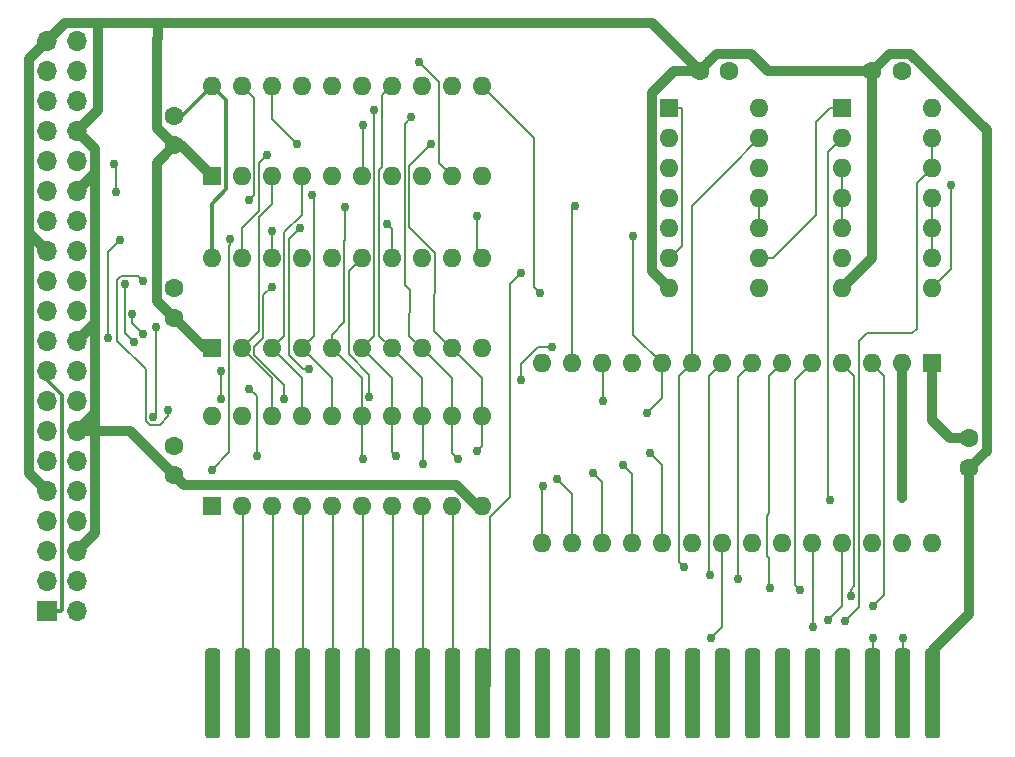
<source format=gbr>
G04 #@! TF.GenerationSoftware,KiCad,Pcbnew,(5.0.2)-1*
G04 #@! TF.CreationDate,2020-12-13T00:41:06-05:00*
G04 #@! TF.ProjectId,Apple2IORPi,4170706c-6532-4494-9f52-50692e6b6963,0.1*
G04 #@! TF.SameCoordinates,Original*
G04 #@! TF.FileFunction,Copper,L2,Bot*
G04 #@! TF.FilePolarity,Positive*
%FSLAX46Y46*%
G04 Gerber Fmt 4.6, Leading zero omitted, Abs format (unit mm)*
G04 Created by KiCad (PCBNEW (5.0.2)-1) date 2020-12-13 00:41:06*
%MOMM*%
%LPD*%
G01*
G04 APERTURE LIST*
G04 #@! TA.AperFunction,ComponentPad*
%ADD10C,1.600000*%
G04 #@! TD*
G04 #@! TA.AperFunction,Conductor*
%ADD11C,0.100000*%
G04 #@! TD*
G04 #@! TA.AperFunction,ConnectorPad*
%ADD12C,1.270000*%
G04 #@! TD*
G04 #@! TA.AperFunction,ComponentPad*
%ADD13R,1.600000X1.600000*%
G04 #@! TD*
G04 #@! TA.AperFunction,ComponentPad*
%ADD14O,1.600000X1.600000*%
G04 #@! TD*
G04 #@! TA.AperFunction,ComponentPad*
%ADD15R,1.700000X1.700000*%
G04 #@! TD*
G04 #@! TA.AperFunction,ComponentPad*
%ADD16O,1.700000X1.700000*%
G04 #@! TD*
G04 #@! TA.AperFunction,ViaPad*
%ADD17C,0.762000*%
G04 #@! TD*
G04 #@! TA.AperFunction,Conductor*
%ADD18C,0.177800*%
G04 #@! TD*
G04 #@! TA.AperFunction,Conductor*
%ADD19C,0.812800*%
G04 #@! TD*
G04 #@! TA.AperFunction,Conductor*
%ADD20C,0.355600*%
G04 #@! TD*
G04 APERTURE END LIST*
D10*
G04 #@! TO.P,C6,2*
G04 #@! TO.N,Net-(C1-Pad2)*
X121285000Y-69175000D03*
G04 #@! TO.P,C6,1*
G04 #@! TO.N,Net-(C5-Pad1)*
X121285000Y-66675000D03*
G04 #@! TD*
G04 #@! TO.P,C5,1*
G04 #@! TO.N,Net-(C5-Pad1)*
X121285000Y-81280000D03*
G04 #@! TO.P,C5,2*
G04 #@! TO.N,Net-(C1-Pad2)*
X121285000Y-83780000D03*
G04 #@! TD*
G04 #@! TO.P,C1,2*
G04 #@! TO.N,Net-(C1-Pad2)*
X121285000Y-97115000D03*
G04 #@! TO.P,C1,1*
G04 #@! TO.N,Net-(C1-Pad1)*
X121285000Y-94615000D03*
G04 #@! TD*
D11*
G04 #@! TO.N,Net-(J0-Pad50)*
G04 #@! TO.C,J0*
G36*
X124883621Y-111761529D02*
X124914442Y-111766101D01*
X124944666Y-111773671D01*
X124974003Y-111784168D01*
X125002169Y-111797490D01*
X125028895Y-111813508D01*
X125053921Y-111832069D01*
X125077007Y-111852994D01*
X125097932Y-111876080D01*
X125116493Y-111901106D01*
X125132511Y-111927832D01*
X125145833Y-111955998D01*
X125156330Y-111985335D01*
X125163900Y-112015559D01*
X125168472Y-112046380D01*
X125170001Y-112077500D01*
X125170001Y-119062500D01*
X125168472Y-119093620D01*
X125163900Y-119124441D01*
X125156330Y-119154665D01*
X125145833Y-119184002D01*
X125132511Y-119212168D01*
X125116493Y-119238894D01*
X125097932Y-119263920D01*
X125077007Y-119287006D01*
X125053921Y-119307931D01*
X125028895Y-119326492D01*
X125002169Y-119342510D01*
X124974003Y-119355832D01*
X124944666Y-119366329D01*
X124914442Y-119373899D01*
X124883621Y-119378471D01*
X124852501Y-119380000D01*
X124217501Y-119380000D01*
X124186381Y-119378471D01*
X124155560Y-119373899D01*
X124125336Y-119366329D01*
X124095999Y-119355832D01*
X124067833Y-119342510D01*
X124041107Y-119326492D01*
X124016081Y-119307931D01*
X123992995Y-119287006D01*
X123972070Y-119263920D01*
X123953509Y-119238894D01*
X123937491Y-119212168D01*
X123924169Y-119184002D01*
X123913672Y-119154665D01*
X123906102Y-119124441D01*
X123901530Y-119093620D01*
X123900001Y-119062500D01*
X123900001Y-112077500D01*
X123901530Y-112046380D01*
X123906102Y-112015559D01*
X123913672Y-111985335D01*
X123924169Y-111955998D01*
X123937491Y-111927832D01*
X123953509Y-111901106D01*
X123972070Y-111876080D01*
X123992995Y-111852994D01*
X124016081Y-111832069D01*
X124041107Y-111813508D01*
X124067833Y-111797490D01*
X124095999Y-111784168D01*
X124125336Y-111773671D01*
X124155560Y-111766101D01*
X124186381Y-111761529D01*
X124217501Y-111760000D01*
X124852501Y-111760000D01*
X124883621Y-111761529D01*
X124883621Y-111761529D01*
G37*
D12*
G04 #@! TD*
G04 #@! TO.P,J0,50*
G04 #@! TO.N,Net-(J0-Pad50)*
X124535001Y-115570000D03*
D11*
G04 #@! TO.N,Net-(J0-Pad49)*
G04 #@! TO.C,J0*
G36*
X127423621Y-111761529D02*
X127454442Y-111766101D01*
X127484666Y-111773671D01*
X127514003Y-111784168D01*
X127542169Y-111797490D01*
X127568895Y-111813508D01*
X127593921Y-111832069D01*
X127617007Y-111852994D01*
X127637932Y-111876080D01*
X127656493Y-111901106D01*
X127672511Y-111927832D01*
X127685833Y-111955998D01*
X127696330Y-111985335D01*
X127703900Y-112015559D01*
X127708472Y-112046380D01*
X127710001Y-112077500D01*
X127710001Y-119062500D01*
X127708472Y-119093620D01*
X127703900Y-119124441D01*
X127696330Y-119154665D01*
X127685833Y-119184002D01*
X127672511Y-119212168D01*
X127656493Y-119238894D01*
X127637932Y-119263920D01*
X127617007Y-119287006D01*
X127593921Y-119307931D01*
X127568895Y-119326492D01*
X127542169Y-119342510D01*
X127514003Y-119355832D01*
X127484666Y-119366329D01*
X127454442Y-119373899D01*
X127423621Y-119378471D01*
X127392501Y-119380000D01*
X126757501Y-119380000D01*
X126726381Y-119378471D01*
X126695560Y-119373899D01*
X126665336Y-119366329D01*
X126635999Y-119355832D01*
X126607833Y-119342510D01*
X126581107Y-119326492D01*
X126556081Y-119307931D01*
X126532995Y-119287006D01*
X126512070Y-119263920D01*
X126493509Y-119238894D01*
X126477491Y-119212168D01*
X126464169Y-119184002D01*
X126453672Y-119154665D01*
X126446102Y-119124441D01*
X126441530Y-119093620D01*
X126440001Y-119062500D01*
X126440001Y-112077500D01*
X126441530Y-112046380D01*
X126446102Y-112015559D01*
X126453672Y-111985335D01*
X126464169Y-111955998D01*
X126477491Y-111927832D01*
X126493509Y-111901106D01*
X126512070Y-111876080D01*
X126532995Y-111852994D01*
X126556081Y-111832069D01*
X126581107Y-111813508D01*
X126607833Y-111797490D01*
X126635999Y-111784168D01*
X126665336Y-111773671D01*
X126695560Y-111766101D01*
X126726381Y-111761529D01*
X126757501Y-111760000D01*
X127392501Y-111760000D01*
X127423621Y-111761529D01*
X127423621Y-111761529D01*
G37*
D12*
G04 #@! TD*
G04 #@! TO.P,J0,49*
G04 #@! TO.N,Net-(J0-Pad49)*
X127075001Y-115570000D03*
D11*
G04 #@! TO.N,Net-(J0-Pad48)*
G04 #@! TO.C,J0*
G36*
X129963621Y-111761529D02*
X129994442Y-111766101D01*
X130024666Y-111773671D01*
X130054003Y-111784168D01*
X130082169Y-111797490D01*
X130108895Y-111813508D01*
X130133921Y-111832069D01*
X130157007Y-111852994D01*
X130177932Y-111876080D01*
X130196493Y-111901106D01*
X130212511Y-111927832D01*
X130225833Y-111955998D01*
X130236330Y-111985335D01*
X130243900Y-112015559D01*
X130248472Y-112046380D01*
X130250001Y-112077500D01*
X130250001Y-119062500D01*
X130248472Y-119093620D01*
X130243900Y-119124441D01*
X130236330Y-119154665D01*
X130225833Y-119184002D01*
X130212511Y-119212168D01*
X130196493Y-119238894D01*
X130177932Y-119263920D01*
X130157007Y-119287006D01*
X130133921Y-119307931D01*
X130108895Y-119326492D01*
X130082169Y-119342510D01*
X130054003Y-119355832D01*
X130024666Y-119366329D01*
X129994442Y-119373899D01*
X129963621Y-119378471D01*
X129932501Y-119380000D01*
X129297501Y-119380000D01*
X129266381Y-119378471D01*
X129235560Y-119373899D01*
X129205336Y-119366329D01*
X129175999Y-119355832D01*
X129147833Y-119342510D01*
X129121107Y-119326492D01*
X129096081Y-119307931D01*
X129072995Y-119287006D01*
X129052070Y-119263920D01*
X129033509Y-119238894D01*
X129017491Y-119212168D01*
X129004169Y-119184002D01*
X128993672Y-119154665D01*
X128986102Y-119124441D01*
X128981530Y-119093620D01*
X128980001Y-119062500D01*
X128980001Y-112077500D01*
X128981530Y-112046380D01*
X128986102Y-112015559D01*
X128993672Y-111985335D01*
X129004169Y-111955998D01*
X129017491Y-111927832D01*
X129033509Y-111901106D01*
X129052070Y-111876080D01*
X129072995Y-111852994D01*
X129096081Y-111832069D01*
X129121107Y-111813508D01*
X129147833Y-111797490D01*
X129175999Y-111784168D01*
X129205336Y-111773671D01*
X129235560Y-111766101D01*
X129266381Y-111761529D01*
X129297501Y-111760000D01*
X129932501Y-111760000D01*
X129963621Y-111761529D01*
X129963621Y-111761529D01*
G37*
D12*
G04 #@! TD*
G04 #@! TO.P,J0,48*
G04 #@! TO.N,Net-(J0-Pad48)*
X129615001Y-115570000D03*
D11*
G04 #@! TO.N,Net-(J0-Pad47)*
G04 #@! TO.C,J0*
G36*
X132503621Y-111761529D02*
X132534442Y-111766101D01*
X132564666Y-111773671D01*
X132594003Y-111784168D01*
X132622169Y-111797490D01*
X132648895Y-111813508D01*
X132673921Y-111832069D01*
X132697007Y-111852994D01*
X132717932Y-111876080D01*
X132736493Y-111901106D01*
X132752511Y-111927832D01*
X132765833Y-111955998D01*
X132776330Y-111985335D01*
X132783900Y-112015559D01*
X132788472Y-112046380D01*
X132790001Y-112077500D01*
X132790001Y-119062500D01*
X132788472Y-119093620D01*
X132783900Y-119124441D01*
X132776330Y-119154665D01*
X132765833Y-119184002D01*
X132752511Y-119212168D01*
X132736493Y-119238894D01*
X132717932Y-119263920D01*
X132697007Y-119287006D01*
X132673921Y-119307931D01*
X132648895Y-119326492D01*
X132622169Y-119342510D01*
X132594003Y-119355832D01*
X132564666Y-119366329D01*
X132534442Y-119373899D01*
X132503621Y-119378471D01*
X132472501Y-119380000D01*
X131837501Y-119380000D01*
X131806381Y-119378471D01*
X131775560Y-119373899D01*
X131745336Y-119366329D01*
X131715999Y-119355832D01*
X131687833Y-119342510D01*
X131661107Y-119326492D01*
X131636081Y-119307931D01*
X131612995Y-119287006D01*
X131592070Y-119263920D01*
X131573509Y-119238894D01*
X131557491Y-119212168D01*
X131544169Y-119184002D01*
X131533672Y-119154665D01*
X131526102Y-119124441D01*
X131521530Y-119093620D01*
X131520001Y-119062500D01*
X131520001Y-112077500D01*
X131521530Y-112046380D01*
X131526102Y-112015559D01*
X131533672Y-111985335D01*
X131544169Y-111955998D01*
X131557491Y-111927832D01*
X131573509Y-111901106D01*
X131592070Y-111876080D01*
X131612995Y-111852994D01*
X131636081Y-111832069D01*
X131661107Y-111813508D01*
X131687833Y-111797490D01*
X131715999Y-111784168D01*
X131745336Y-111773671D01*
X131775560Y-111766101D01*
X131806381Y-111761529D01*
X131837501Y-111760000D01*
X132472501Y-111760000D01*
X132503621Y-111761529D01*
X132503621Y-111761529D01*
G37*
D12*
G04 #@! TD*
G04 #@! TO.P,J0,47*
G04 #@! TO.N,Net-(J0-Pad47)*
X132155001Y-115570000D03*
D11*
G04 #@! TO.N,Net-(J0-Pad46)*
G04 #@! TO.C,J0*
G36*
X135043621Y-111761529D02*
X135074442Y-111766101D01*
X135104666Y-111773671D01*
X135134003Y-111784168D01*
X135162169Y-111797490D01*
X135188895Y-111813508D01*
X135213921Y-111832069D01*
X135237007Y-111852994D01*
X135257932Y-111876080D01*
X135276493Y-111901106D01*
X135292511Y-111927832D01*
X135305833Y-111955998D01*
X135316330Y-111985335D01*
X135323900Y-112015559D01*
X135328472Y-112046380D01*
X135330001Y-112077500D01*
X135330001Y-119062500D01*
X135328472Y-119093620D01*
X135323900Y-119124441D01*
X135316330Y-119154665D01*
X135305833Y-119184002D01*
X135292511Y-119212168D01*
X135276493Y-119238894D01*
X135257932Y-119263920D01*
X135237007Y-119287006D01*
X135213921Y-119307931D01*
X135188895Y-119326492D01*
X135162169Y-119342510D01*
X135134003Y-119355832D01*
X135104666Y-119366329D01*
X135074442Y-119373899D01*
X135043621Y-119378471D01*
X135012501Y-119380000D01*
X134377501Y-119380000D01*
X134346381Y-119378471D01*
X134315560Y-119373899D01*
X134285336Y-119366329D01*
X134255999Y-119355832D01*
X134227833Y-119342510D01*
X134201107Y-119326492D01*
X134176081Y-119307931D01*
X134152995Y-119287006D01*
X134132070Y-119263920D01*
X134113509Y-119238894D01*
X134097491Y-119212168D01*
X134084169Y-119184002D01*
X134073672Y-119154665D01*
X134066102Y-119124441D01*
X134061530Y-119093620D01*
X134060001Y-119062500D01*
X134060001Y-112077500D01*
X134061530Y-112046380D01*
X134066102Y-112015559D01*
X134073672Y-111985335D01*
X134084169Y-111955998D01*
X134097491Y-111927832D01*
X134113509Y-111901106D01*
X134132070Y-111876080D01*
X134152995Y-111852994D01*
X134176081Y-111832069D01*
X134201107Y-111813508D01*
X134227833Y-111797490D01*
X134255999Y-111784168D01*
X134285336Y-111773671D01*
X134315560Y-111766101D01*
X134346381Y-111761529D01*
X134377501Y-111760000D01*
X135012501Y-111760000D01*
X135043621Y-111761529D01*
X135043621Y-111761529D01*
G37*
D12*
G04 #@! TD*
G04 #@! TO.P,J0,46*
G04 #@! TO.N,Net-(J0-Pad46)*
X134695001Y-115570000D03*
D11*
G04 #@! TO.N,Net-(J0-Pad45)*
G04 #@! TO.C,J0*
G36*
X137583621Y-111761529D02*
X137614442Y-111766101D01*
X137644666Y-111773671D01*
X137674003Y-111784168D01*
X137702169Y-111797490D01*
X137728895Y-111813508D01*
X137753921Y-111832069D01*
X137777007Y-111852994D01*
X137797932Y-111876080D01*
X137816493Y-111901106D01*
X137832511Y-111927832D01*
X137845833Y-111955998D01*
X137856330Y-111985335D01*
X137863900Y-112015559D01*
X137868472Y-112046380D01*
X137870001Y-112077500D01*
X137870001Y-119062500D01*
X137868472Y-119093620D01*
X137863900Y-119124441D01*
X137856330Y-119154665D01*
X137845833Y-119184002D01*
X137832511Y-119212168D01*
X137816493Y-119238894D01*
X137797932Y-119263920D01*
X137777007Y-119287006D01*
X137753921Y-119307931D01*
X137728895Y-119326492D01*
X137702169Y-119342510D01*
X137674003Y-119355832D01*
X137644666Y-119366329D01*
X137614442Y-119373899D01*
X137583621Y-119378471D01*
X137552501Y-119380000D01*
X136917501Y-119380000D01*
X136886381Y-119378471D01*
X136855560Y-119373899D01*
X136825336Y-119366329D01*
X136795999Y-119355832D01*
X136767833Y-119342510D01*
X136741107Y-119326492D01*
X136716081Y-119307931D01*
X136692995Y-119287006D01*
X136672070Y-119263920D01*
X136653509Y-119238894D01*
X136637491Y-119212168D01*
X136624169Y-119184002D01*
X136613672Y-119154665D01*
X136606102Y-119124441D01*
X136601530Y-119093620D01*
X136600001Y-119062500D01*
X136600001Y-112077500D01*
X136601530Y-112046380D01*
X136606102Y-112015559D01*
X136613672Y-111985335D01*
X136624169Y-111955998D01*
X136637491Y-111927832D01*
X136653509Y-111901106D01*
X136672070Y-111876080D01*
X136692995Y-111852994D01*
X136716081Y-111832069D01*
X136741107Y-111813508D01*
X136767833Y-111797490D01*
X136795999Y-111784168D01*
X136825336Y-111773671D01*
X136855560Y-111766101D01*
X136886381Y-111761529D01*
X136917501Y-111760000D01*
X137552501Y-111760000D01*
X137583621Y-111761529D01*
X137583621Y-111761529D01*
G37*
D12*
G04 #@! TD*
G04 #@! TO.P,J0,45*
G04 #@! TO.N,Net-(J0-Pad45)*
X137235001Y-115570000D03*
D11*
G04 #@! TO.N,Net-(J0-Pad44)*
G04 #@! TO.C,J0*
G36*
X140123621Y-111761529D02*
X140154442Y-111766101D01*
X140184666Y-111773671D01*
X140214003Y-111784168D01*
X140242169Y-111797490D01*
X140268895Y-111813508D01*
X140293921Y-111832069D01*
X140317007Y-111852994D01*
X140337932Y-111876080D01*
X140356493Y-111901106D01*
X140372511Y-111927832D01*
X140385833Y-111955998D01*
X140396330Y-111985335D01*
X140403900Y-112015559D01*
X140408472Y-112046380D01*
X140410001Y-112077500D01*
X140410001Y-119062500D01*
X140408472Y-119093620D01*
X140403900Y-119124441D01*
X140396330Y-119154665D01*
X140385833Y-119184002D01*
X140372511Y-119212168D01*
X140356493Y-119238894D01*
X140337932Y-119263920D01*
X140317007Y-119287006D01*
X140293921Y-119307931D01*
X140268895Y-119326492D01*
X140242169Y-119342510D01*
X140214003Y-119355832D01*
X140184666Y-119366329D01*
X140154442Y-119373899D01*
X140123621Y-119378471D01*
X140092501Y-119380000D01*
X139457501Y-119380000D01*
X139426381Y-119378471D01*
X139395560Y-119373899D01*
X139365336Y-119366329D01*
X139335999Y-119355832D01*
X139307833Y-119342510D01*
X139281107Y-119326492D01*
X139256081Y-119307931D01*
X139232995Y-119287006D01*
X139212070Y-119263920D01*
X139193509Y-119238894D01*
X139177491Y-119212168D01*
X139164169Y-119184002D01*
X139153672Y-119154665D01*
X139146102Y-119124441D01*
X139141530Y-119093620D01*
X139140001Y-119062500D01*
X139140001Y-112077500D01*
X139141530Y-112046380D01*
X139146102Y-112015559D01*
X139153672Y-111985335D01*
X139164169Y-111955998D01*
X139177491Y-111927832D01*
X139193509Y-111901106D01*
X139212070Y-111876080D01*
X139232995Y-111852994D01*
X139256081Y-111832069D01*
X139281107Y-111813508D01*
X139307833Y-111797490D01*
X139335999Y-111784168D01*
X139365336Y-111773671D01*
X139395560Y-111766101D01*
X139426381Y-111761529D01*
X139457501Y-111760000D01*
X140092501Y-111760000D01*
X140123621Y-111761529D01*
X140123621Y-111761529D01*
G37*
D12*
G04 #@! TD*
G04 #@! TO.P,J0,44*
G04 #@! TO.N,Net-(J0-Pad44)*
X139775001Y-115570000D03*
D11*
G04 #@! TO.N,Net-(J0-Pad43)*
G04 #@! TO.C,J0*
G36*
X142663621Y-111761529D02*
X142694442Y-111766101D01*
X142724666Y-111773671D01*
X142754003Y-111784168D01*
X142782169Y-111797490D01*
X142808895Y-111813508D01*
X142833921Y-111832069D01*
X142857007Y-111852994D01*
X142877932Y-111876080D01*
X142896493Y-111901106D01*
X142912511Y-111927832D01*
X142925833Y-111955998D01*
X142936330Y-111985335D01*
X142943900Y-112015559D01*
X142948472Y-112046380D01*
X142950001Y-112077500D01*
X142950001Y-119062500D01*
X142948472Y-119093620D01*
X142943900Y-119124441D01*
X142936330Y-119154665D01*
X142925833Y-119184002D01*
X142912511Y-119212168D01*
X142896493Y-119238894D01*
X142877932Y-119263920D01*
X142857007Y-119287006D01*
X142833921Y-119307931D01*
X142808895Y-119326492D01*
X142782169Y-119342510D01*
X142754003Y-119355832D01*
X142724666Y-119366329D01*
X142694442Y-119373899D01*
X142663621Y-119378471D01*
X142632501Y-119380000D01*
X141997501Y-119380000D01*
X141966381Y-119378471D01*
X141935560Y-119373899D01*
X141905336Y-119366329D01*
X141875999Y-119355832D01*
X141847833Y-119342510D01*
X141821107Y-119326492D01*
X141796081Y-119307931D01*
X141772995Y-119287006D01*
X141752070Y-119263920D01*
X141733509Y-119238894D01*
X141717491Y-119212168D01*
X141704169Y-119184002D01*
X141693672Y-119154665D01*
X141686102Y-119124441D01*
X141681530Y-119093620D01*
X141680001Y-119062500D01*
X141680001Y-112077500D01*
X141681530Y-112046380D01*
X141686102Y-112015559D01*
X141693672Y-111985335D01*
X141704169Y-111955998D01*
X141717491Y-111927832D01*
X141733509Y-111901106D01*
X141752070Y-111876080D01*
X141772995Y-111852994D01*
X141796081Y-111832069D01*
X141821107Y-111813508D01*
X141847833Y-111797490D01*
X141875999Y-111784168D01*
X141905336Y-111773671D01*
X141935560Y-111766101D01*
X141966381Y-111761529D01*
X141997501Y-111760000D01*
X142632501Y-111760000D01*
X142663621Y-111761529D01*
X142663621Y-111761529D01*
G37*
D12*
G04 #@! TD*
G04 #@! TO.P,J0,43*
G04 #@! TO.N,Net-(J0-Pad43)*
X142315001Y-115570000D03*
D11*
G04 #@! TO.N,Net-(J0-Pad42)*
G04 #@! TO.C,J0*
G36*
X145203621Y-111761529D02*
X145234442Y-111766101D01*
X145264666Y-111773671D01*
X145294003Y-111784168D01*
X145322169Y-111797490D01*
X145348895Y-111813508D01*
X145373921Y-111832069D01*
X145397007Y-111852994D01*
X145417932Y-111876080D01*
X145436493Y-111901106D01*
X145452511Y-111927832D01*
X145465833Y-111955998D01*
X145476330Y-111985335D01*
X145483900Y-112015559D01*
X145488472Y-112046380D01*
X145490001Y-112077500D01*
X145490001Y-119062500D01*
X145488472Y-119093620D01*
X145483900Y-119124441D01*
X145476330Y-119154665D01*
X145465833Y-119184002D01*
X145452511Y-119212168D01*
X145436493Y-119238894D01*
X145417932Y-119263920D01*
X145397007Y-119287006D01*
X145373921Y-119307931D01*
X145348895Y-119326492D01*
X145322169Y-119342510D01*
X145294003Y-119355832D01*
X145264666Y-119366329D01*
X145234442Y-119373899D01*
X145203621Y-119378471D01*
X145172501Y-119380000D01*
X144537501Y-119380000D01*
X144506381Y-119378471D01*
X144475560Y-119373899D01*
X144445336Y-119366329D01*
X144415999Y-119355832D01*
X144387833Y-119342510D01*
X144361107Y-119326492D01*
X144336081Y-119307931D01*
X144312995Y-119287006D01*
X144292070Y-119263920D01*
X144273509Y-119238894D01*
X144257491Y-119212168D01*
X144244169Y-119184002D01*
X144233672Y-119154665D01*
X144226102Y-119124441D01*
X144221530Y-119093620D01*
X144220001Y-119062500D01*
X144220001Y-112077500D01*
X144221530Y-112046380D01*
X144226102Y-112015559D01*
X144233672Y-111985335D01*
X144244169Y-111955998D01*
X144257491Y-111927832D01*
X144273509Y-111901106D01*
X144292070Y-111876080D01*
X144312995Y-111852994D01*
X144336081Y-111832069D01*
X144361107Y-111813508D01*
X144387833Y-111797490D01*
X144415999Y-111784168D01*
X144445336Y-111773671D01*
X144475560Y-111766101D01*
X144506381Y-111761529D01*
X144537501Y-111760000D01*
X145172501Y-111760000D01*
X145203621Y-111761529D01*
X145203621Y-111761529D01*
G37*
D12*
G04 #@! TD*
G04 #@! TO.P,J0,42*
G04 #@! TO.N,Net-(J0-Pad42)*
X144855001Y-115570000D03*
D11*
G04 #@! TO.N,Net-(J0-Pad41)*
G04 #@! TO.C,J0*
G36*
X147743621Y-111761529D02*
X147774442Y-111766101D01*
X147804666Y-111773671D01*
X147834003Y-111784168D01*
X147862169Y-111797490D01*
X147888895Y-111813508D01*
X147913921Y-111832069D01*
X147937007Y-111852994D01*
X147957932Y-111876080D01*
X147976493Y-111901106D01*
X147992511Y-111927832D01*
X148005833Y-111955998D01*
X148016330Y-111985335D01*
X148023900Y-112015559D01*
X148028472Y-112046380D01*
X148030001Y-112077500D01*
X148030001Y-119062500D01*
X148028472Y-119093620D01*
X148023900Y-119124441D01*
X148016330Y-119154665D01*
X148005833Y-119184002D01*
X147992511Y-119212168D01*
X147976493Y-119238894D01*
X147957932Y-119263920D01*
X147937007Y-119287006D01*
X147913921Y-119307931D01*
X147888895Y-119326492D01*
X147862169Y-119342510D01*
X147834003Y-119355832D01*
X147804666Y-119366329D01*
X147774442Y-119373899D01*
X147743621Y-119378471D01*
X147712501Y-119380000D01*
X147077501Y-119380000D01*
X147046381Y-119378471D01*
X147015560Y-119373899D01*
X146985336Y-119366329D01*
X146955999Y-119355832D01*
X146927833Y-119342510D01*
X146901107Y-119326492D01*
X146876081Y-119307931D01*
X146852995Y-119287006D01*
X146832070Y-119263920D01*
X146813509Y-119238894D01*
X146797491Y-119212168D01*
X146784169Y-119184002D01*
X146773672Y-119154665D01*
X146766102Y-119124441D01*
X146761530Y-119093620D01*
X146760001Y-119062500D01*
X146760001Y-112077500D01*
X146761530Y-112046380D01*
X146766102Y-112015559D01*
X146773672Y-111985335D01*
X146784169Y-111955998D01*
X146797491Y-111927832D01*
X146813509Y-111901106D01*
X146832070Y-111876080D01*
X146852995Y-111852994D01*
X146876081Y-111832069D01*
X146901107Y-111813508D01*
X146927833Y-111797490D01*
X146955999Y-111784168D01*
X146985336Y-111773671D01*
X147015560Y-111766101D01*
X147046381Y-111761529D01*
X147077501Y-111760000D01*
X147712501Y-111760000D01*
X147743621Y-111761529D01*
X147743621Y-111761529D01*
G37*
D12*
G04 #@! TD*
G04 #@! TO.P,J0,41*
G04 #@! TO.N,Net-(J0-Pad41)*
X147395001Y-115570000D03*
D11*
G04 #@! TO.N,Net-(J0-Pad40)*
G04 #@! TO.C,J0*
G36*
X150283621Y-111761529D02*
X150314442Y-111766101D01*
X150344666Y-111773671D01*
X150374003Y-111784168D01*
X150402169Y-111797490D01*
X150428895Y-111813508D01*
X150453921Y-111832069D01*
X150477007Y-111852994D01*
X150497932Y-111876080D01*
X150516493Y-111901106D01*
X150532511Y-111927832D01*
X150545833Y-111955998D01*
X150556330Y-111985335D01*
X150563900Y-112015559D01*
X150568472Y-112046380D01*
X150570001Y-112077500D01*
X150570001Y-119062500D01*
X150568472Y-119093620D01*
X150563900Y-119124441D01*
X150556330Y-119154665D01*
X150545833Y-119184002D01*
X150532511Y-119212168D01*
X150516493Y-119238894D01*
X150497932Y-119263920D01*
X150477007Y-119287006D01*
X150453921Y-119307931D01*
X150428895Y-119326492D01*
X150402169Y-119342510D01*
X150374003Y-119355832D01*
X150344666Y-119366329D01*
X150314442Y-119373899D01*
X150283621Y-119378471D01*
X150252501Y-119380000D01*
X149617501Y-119380000D01*
X149586381Y-119378471D01*
X149555560Y-119373899D01*
X149525336Y-119366329D01*
X149495999Y-119355832D01*
X149467833Y-119342510D01*
X149441107Y-119326492D01*
X149416081Y-119307931D01*
X149392995Y-119287006D01*
X149372070Y-119263920D01*
X149353509Y-119238894D01*
X149337491Y-119212168D01*
X149324169Y-119184002D01*
X149313672Y-119154665D01*
X149306102Y-119124441D01*
X149301530Y-119093620D01*
X149300001Y-119062500D01*
X149300001Y-112077500D01*
X149301530Y-112046380D01*
X149306102Y-112015559D01*
X149313672Y-111985335D01*
X149324169Y-111955998D01*
X149337491Y-111927832D01*
X149353509Y-111901106D01*
X149372070Y-111876080D01*
X149392995Y-111852994D01*
X149416081Y-111832069D01*
X149441107Y-111813508D01*
X149467833Y-111797490D01*
X149495999Y-111784168D01*
X149525336Y-111773671D01*
X149555560Y-111766101D01*
X149586381Y-111761529D01*
X149617501Y-111760000D01*
X150252501Y-111760000D01*
X150283621Y-111761529D01*
X150283621Y-111761529D01*
G37*
D12*
G04 #@! TD*
G04 #@! TO.P,J0,40*
G04 #@! TO.N,Net-(J0-Pad40)*
X149935001Y-115570000D03*
D11*
G04 #@! TO.N,Net-(J0-Pad39)*
G04 #@! TO.C,J0*
G36*
X152823621Y-111761529D02*
X152854442Y-111766101D01*
X152884666Y-111773671D01*
X152914003Y-111784168D01*
X152942169Y-111797490D01*
X152968895Y-111813508D01*
X152993921Y-111832069D01*
X153017007Y-111852994D01*
X153037932Y-111876080D01*
X153056493Y-111901106D01*
X153072511Y-111927832D01*
X153085833Y-111955998D01*
X153096330Y-111985335D01*
X153103900Y-112015559D01*
X153108472Y-112046380D01*
X153110001Y-112077500D01*
X153110001Y-119062500D01*
X153108472Y-119093620D01*
X153103900Y-119124441D01*
X153096330Y-119154665D01*
X153085833Y-119184002D01*
X153072511Y-119212168D01*
X153056493Y-119238894D01*
X153037932Y-119263920D01*
X153017007Y-119287006D01*
X152993921Y-119307931D01*
X152968895Y-119326492D01*
X152942169Y-119342510D01*
X152914003Y-119355832D01*
X152884666Y-119366329D01*
X152854442Y-119373899D01*
X152823621Y-119378471D01*
X152792501Y-119380000D01*
X152157501Y-119380000D01*
X152126381Y-119378471D01*
X152095560Y-119373899D01*
X152065336Y-119366329D01*
X152035999Y-119355832D01*
X152007833Y-119342510D01*
X151981107Y-119326492D01*
X151956081Y-119307931D01*
X151932995Y-119287006D01*
X151912070Y-119263920D01*
X151893509Y-119238894D01*
X151877491Y-119212168D01*
X151864169Y-119184002D01*
X151853672Y-119154665D01*
X151846102Y-119124441D01*
X151841530Y-119093620D01*
X151840001Y-119062500D01*
X151840001Y-112077500D01*
X151841530Y-112046380D01*
X151846102Y-112015559D01*
X151853672Y-111985335D01*
X151864169Y-111955998D01*
X151877491Y-111927832D01*
X151893509Y-111901106D01*
X151912070Y-111876080D01*
X151932995Y-111852994D01*
X151956081Y-111832069D01*
X151981107Y-111813508D01*
X152007833Y-111797490D01*
X152035999Y-111784168D01*
X152065336Y-111773671D01*
X152095560Y-111766101D01*
X152126381Y-111761529D01*
X152157501Y-111760000D01*
X152792501Y-111760000D01*
X152823621Y-111761529D01*
X152823621Y-111761529D01*
G37*
D12*
G04 #@! TD*
G04 #@! TO.P,J0,39*
G04 #@! TO.N,Net-(J0-Pad39)*
X152475001Y-115570000D03*
D11*
G04 #@! TO.N,Net-(J0-Pad37)*
G04 #@! TO.C,J0*
G36*
X157903621Y-111761529D02*
X157934442Y-111766101D01*
X157964666Y-111773671D01*
X157994003Y-111784168D01*
X158022169Y-111797490D01*
X158048895Y-111813508D01*
X158073921Y-111832069D01*
X158097007Y-111852994D01*
X158117932Y-111876080D01*
X158136493Y-111901106D01*
X158152511Y-111927832D01*
X158165833Y-111955998D01*
X158176330Y-111985335D01*
X158183900Y-112015559D01*
X158188472Y-112046380D01*
X158190001Y-112077500D01*
X158190001Y-119062500D01*
X158188472Y-119093620D01*
X158183900Y-119124441D01*
X158176330Y-119154665D01*
X158165833Y-119184002D01*
X158152511Y-119212168D01*
X158136493Y-119238894D01*
X158117932Y-119263920D01*
X158097007Y-119287006D01*
X158073921Y-119307931D01*
X158048895Y-119326492D01*
X158022169Y-119342510D01*
X157994003Y-119355832D01*
X157964666Y-119366329D01*
X157934442Y-119373899D01*
X157903621Y-119378471D01*
X157872501Y-119380000D01*
X157237501Y-119380000D01*
X157206381Y-119378471D01*
X157175560Y-119373899D01*
X157145336Y-119366329D01*
X157115999Y-119355832D01*
X157087833Y-119342510D01*
X157061107Y-119326492D01*
X157036081Y-119307931D01*
X157012995Y-119287006D01*
X156992070Y-119263920D01*
X156973509Y-119238894D01*
X156957491Y-119212168D01*
X156944169Y-119184002D01*
X156933672Y-119154665D01*
X156926102Y-119124441D01*
X156921530Y-119093620D01*
X156920001Y-119062500D01*
X156920001Y-112077500D01*
X156921530Y-112046380D01*
X156926102Y-112015559D01*
X156933672Y-111985335D01*
X156944169Y-111955998D01*
X156957491Y-111927832D01*
X156973509Y-111901106D01*
X156992070Y-111876080D01*
X157012995Y-111852994D01*
X157036081Y-111832069D01*
X157061107Y-111813508D01*
X157087833Y-111797490D01*
X157115999Y-111784168D01*
X157145336Y-111773671D01*
X157175560Y-111766101D01*
X157206381Y-111761529D01*
X157237501Y-111760000D01*
X157872501Y-111760000D01*
X157903621Y-111761529D01*
X157903621Y-111761529D01*
G37*
D12*
G04 #@! TD*
G04 #@! TO.P,J0,37*
G04 #@! TO.N,Net-(J0-Pad37)*
X157555001Y-115570000D03*
D11*
G04 #@! TO.N,Net-(J0-Pad38)*
G04 #@! TO.C,J0*
G36*
X155363621Y-111761529D02*
X155394442Y-111766101D01*
X155424666Y-111773671D01*
X155454003Y-111784168D01*
X155482169Y-111797490D01*
X155508895Y-111813508D01*
X155533921Y-111832069D01*
X155557007Y-111852994D01*
X155577932Y-111876080D01*
X155596493Y-111901106D01*
X155612511Y-111927832D01*
X155625833Y-111955998D01*
X155636330Y-111985335D01*
X155643900Y-112015559D01*
X155648472Y-112046380D01*
X155650001Y-112077500D01*
X155650001Y-119062500D01*
X155648472Y-119093620D01*
X155643900Y-119124441D01*
X155636330Y-119154665D01*
X155625833Y-119184002D01*
X155612511Y-119212168D01*
X155596493Y-119238894D01*
X155577932Y-119263920D01*
X155557007Y-119287006D01*
X155533921Y-119307931D01*
X155508895Y-119326492D01*
X155482169Y-119342510D01*
X155454003Y-119355832D01*
X155424666Y-119366329D01*
X155394442Y-119373899D01*
X155363621Y-119378471D01*
X155332501Y-119380000D01*
X154697501Y-119380000D01*
X154666381Y-119378471D01*
X154635560Y-119373899D01*
X154605336Y-119366329D01*
X154575999Y-119355832D01*
X154547833Y-119342510D01*
X154521107Y-119326492D01*
X154496081Y-119307931D01*
X154472995Y-119287006D01*
X154452070Y-119263920D01*
X154433509Y-119238894D01*
X154417491Y-119212168D01*
X154404169Y-119184002D01*
X154393672Y-119154665D01*
X154386102Y-119124441D01*
X154381530Y-119093620D01*
X154380001Y-119062500D01*
X154380001Y-112077500D01*
X154381530Y-112046380D01*
X154386102Y-112015559D01*
X154393672Y-111985335D01*
X154404169Y-111955998D01*
X154417491Y-111927832D01*
X154433509Y-111901106D01*
X154452070Y-111876080D01*
X154472995Y-111852994D01*
X154496081Y-111832069D01*
X154521107Y-111813508D01*
X154547833Y-111797490D01*
X154575999Y-111784168D01*
X154605336Y-111773671D01*
X154635560Y-111766101D01*
X154666381Y-111761529D01*
X154697501Y-111760000D01*
X155332501Y-111760000D01*
X155363621Y-111761529D01*
X155363621Y-111761529D01*
G37*
D12*
G04 #@! TD*
G04 #@! TO.P,J0,38*
G04 #@! TO.N,Net-(J0-Pad38)*
X155015001Y-115570000D03*
D11*
G04 #@! TO.N,Net-(J0-Pad36)*
G04 #@! TO.C,J0*
G36*
X160443621Y-111761529D02*
X160474442Y-111766101D01*
X160504666Y-111773671D01*
X160534003Y-111784168D01*
X160562169Y-111797490D01*
X160588895Y-111813508D01*
X160613921Y-111832069D01*
X160637007Y-111852994D01*
X160657932Y-111876080D01*
X160676493Y-111901106D01*
X160692511Y-111927832D01*
X160705833Y-111955998D01*
X160716330Y-111985335D01*
X160723900Y-112015559D01*
X160728472Y-112046380D01*
X160730001Y-112077500D01*
X160730001Y-119062500D01*
X160728472Y-119093620D01*
X160723900Y-119124441D01*
X160716330Y-119154665D01*
X160705833Y-119184002D01*
X160692511Y-119212168D01*
X160676493Y-119238894D01*
X160657932Y-119263920D01*
X160637007Y-119287006D01*
X160613921Y-119307931D01*
X160588895Y-119326492D01*
X160562169Y-119342510D01*
X160534003Y-119355832D01*
X160504666Y-119366329D01*
X160474442Y-119373899D01*
X160443621Y-119378471D01*
X160412501Y-119380000D01*
X159777501Y-119380000D01*
X159746381Y-119378471D01*
X159715560Y-119373899D01*
X159685336Y-119366329D01*
X159655999Y-119355832D01*
X159627833Y-119342510D01*
X159601107Y-119326492D01*
X159576081Y-119307931D01*
X159552995Y-119287006D01*
X159532070Y-119263920D01*
X159513509Y-119238894D01*
X159497491Y-119212168D01*
X159484169Y-119184002D01*
X159473672Y-119154665D01*
X159466102Y-119124441D01*
X159461530Y-119093620D01*
X159460001Y-119062500D01*
X159460001Y-112077500D01*
X159461530Y-112046380D01*
X159466102Y-112015559D01*
X159473672Y-111985335D01*
X159484169Y-111955998D01*
X159497491Y-111927832D01*
X159513509Y-111901106D01*
X159532070Y-111876080D01*
X159552995Y-111852994D01*
X159576081Y-111832069D01*
X159601107Y-111813508D01*
X159627833Y-111797490D01*
X159655999Y-111784168D01*
X159685336Y-111773671D01*
X159715560Y-111766101D01*
X159746381Y-111761529D01*
X159777501Y-111760000D01*
X160412501Y-111760000D01*
X160443621Y-111761529D01*
X160443621Y-111761529D01*
G37*
D12*
G04 #@! TD*
G04 #@! TO.P,J0,36*
G04 #@! TO.N,Net-(J0-Pad36)*
X160095001Y-115570000D03*
D11*
G04 #@! TO.N,Net-(J0-Pad35)*
G04 #@! TO.C,J0*
G36*
X162983621Y-111761529D02*
X163014442Y-111766101D01*
X163044666Y-111773671D01*
X163074003Y-111784168D01*
X163102169Y-111797490D01*
X163128895Y-111813508D01*
X163153921Y-111832069D01*
X163177007Y-111852994D01*
X163197932Y-111876080D01*
X163216493Y-111901106D01*
X163232511Y-111927832D01*
X163245833Y-111955998D01*
X163256330Y-111985335D01*
X163263900Y-112015559D01*
X163268472Y-112046380D01*
X163270001Y-112077500D01*
X163270001Y-119062500D01*
X163268472Y-119093620D01*
X163263900Y-119124441D01*
X163256330Y-119154665D01*
X163245833Y-119184002D01*
X163232511Y-119212168D01*
X163216493Y-119238894D01*
X163197932Y-119263920D01*
X163177007Y-119287006D01*
X163153921Y-119307931D01*
X163128895Y-119326492D01*
X163102169Y-119342510D01*
X163074003Y-119355832D01*
X163044666Y-119366329D01*
X163014442Y-119373899D01*
X162983621Y-119378471D01*
X162952501Y-119380000D01*
X162317501Y-119380000D01*
X162286381Y-119378471D01*
X162255560Y-119373899D01*
X162225336Y-119366329D01*
X162195999Y-119355832D01*
X162167833Y-119342510D01*
X162141107Y-119326492D01*
X162116081Y-119307931D01*
X162092995Y-119287006D01*
X162072070Y-119263920D01*
X162053509Y-119238894D01*
X162037491Y-119212168D01*
X162024169Y-119184002D01*
X162013672Y-119154665D01*
X162006102Y-119124441D01*
X162001530Y-119093620D01*
X162000001Y-119062500D01*
X162000001Y-112077500D01*
X162001530Y-112046380D01*
X162006102Y-112015559D01*
X162013672Y-111985335D01*
X162024169Y-111955998D01*
X162037491Y-111927832D01*
X162053509Y-111901106D01*
X162072070Y-111876080D01*
X162092995Y-111852994D01*
X162116081Y-111832069D01*
X162141107Y-111813508D01*
X162167833Y-111797490D01*
X162195999Y-111784168D01*
X162225336Y-111773671D01*
X162255560Y-111766101D01*
X162286381Y-111761529D01*
X162317501Y-111760000D01*
X162952501Y-111760000D01*
X162983621Y-111761529D01*
X162983621Y-111761529D01*
G37*
D12*
G04 #@! TD*
G04 #@! TO.P,J0,35*
G04 #@! TO.N,Net-(J0-Pad35)*
X162635001Y-115570000D03*
D11*
G04 #@! TO.N,Net-(J0-Pad34)*
G04 #@! TO.C,J0*
G36*
X165523621Y-111761529D02*
X165554442Y-111766101D01*
X165584666Y-111773671D01*
X165614003Y-111784168D01*
X165642169Y-111797490D01*
X165668895Y-111813508D01*
X165693921Y-111832069D01*
X165717007Y-111852994D01*
X165737932Y-111876080D01*
X165756493Y-111901106D01*
X165772511Y-111927832D01*
X165785833Y-111955998D01*
X165796330Y-111985335D01*
X165803900Y-112015559D01*
X165808472Y-112046380D01*
X165810001Y-112077500D01*
X165810001Y-119062500D01*
X165808472Y-119093620D01*
X165803900Y-119124441D01*
X165796330Y-119154665D01*
X165785833Y-119184002D01*
X165772511Y-119212168D01*
X165756493Y-119238894D01*
X165737932Y-119263920D01*
X165717007Y-119287006D01*
X165693921Y-119307931D01*
X165668895Y-119326492D01*
X165642169Y-119342510D01*
X165614003Y-119355832D01*
X165584666Y-119366329D01*
X165554442Y-119373899D01*
X165523621Y-119378471D01*
X165492501Y-119380000D01*
X164857501Y-119380000D01*
X164826381Y-119378471D01*
X164795560Y-119373899D01*
X164765336Y-119366329D01*
X164735999Y-119355832D01*
X164707833Y-119342510D01*
X164681107Y-119326492D01*
X164656081Y-119307931D01*
X164632995Y-119287006D01*
X164612070Y-119263920D01*
X164593509Y-119238894D01*
X164577491Y-119212168D01*
X164564169Y-119184002D01*
X164553672Y-119154665D01*
X164546102Y-119124441D01*
X164541530Y-119093620D01*
X164540001Y-119062500D01*
X164540001Y-112077500D01*
X164541530Y-112046380D01*
X164546102Y-112015559D01*
X164553672Y-111985335D01*
X164564169Y-111955998D01*
X164577491Y-111927832D01*
X164593509Y-111901106D01*
X164612070Y-111876080D01*
X164632995Y-111852994D01*
X164656081Y-111832069D01*
X164681107Y-111813508D01*
X164707833Y-111797490D01*
X164735999Y-111784168D01*
X164765336Y-111773671D01*
X164795560Y-111766101D01*
X164826381Y-111761529D01*
X164857501Y-111760000D01*
X165492501Y-111760000D01*
X165523621Y-111761529D01*
X165523621Y-111761529D01*
G37*
D12*
G04 #@! TD*
G04 #@! TO.P,J0,34*
G04 #@! TO.N,Net-(J0-Pad34)*
X165175001Y-115570000D03*
D11*
G04 #@! TO.N,Net-(J0-Pad33)*
G04 #@! TO.C,J0*
G36*
X168063621Y-111761529D02*
X168094442Y-111766101D01*
X168124666Y-111773671D01*
X168154003Y-111784168D01*
X168182169Y-111797490D01*
X168208895Y-111813508D01*
X168233921Y-111832069D01*
X168257007Y-111852994D01*
X168277932Y-111876080D01*
X168296493Y-111901106D01*
X168312511Y-111927832D01*
X168325833Y-111955998D01*
X168336330Y-111985335D01*
X168343900Y-112015559D01*
X168348472Y-112046380D01*
X168350001Y-112077500D01*
X168350001Y-119062500D01*
X168348472Y-119093620D01*
X168343900Y-119124441D01*
X168336330Y-119154665D01*
X168325833Y-119184002D01*
X168312511Y-119212168D01*
X168296493Y-119238894D01*
X168277932Y-119263920D01*
X168257007Y-119287006D01*
X168233921Y-119307931D01*
X168208895Y-119326492D01*
X168182169Y-119342510D01*
X168154003Y-119355832D01*
X168124666Y-119366329D01*
X168094442Y-119373899D01*
X168063621Y-119378471D01*
X168032501Y-119380000D01*
X167397501Y-119380000D01*
X167366381Y-119378471D01*
X167335560Y-119373899D01*
X167305336Y-119366329D01*
X167275999Y-119355832D01*
X167247833Y-119342510D01*
X167221107Y-119326492D01*
X167196081Y-119307931D01*
X167172995Y-119287006D01*
X167152070Y-119263920D01*
X167133509Y-119238894D01*
X167117491Y-119212168D01*
X167104169Y-119184002D01*
X167093672Y-119154665D01*
X167086102Y-119124441D01*
X167081530Y-119093620D01*
X167080001Y-119062500D01*
X167080001Y-112077500D01*
X167081530Y-112046380D01*
X167086102Y-112015559D01*
X167093672Y-111985335D01*
X167104169Y-111955998D01*
X167117491Y-111927832D01*
X167133509Y-111901106D01*
X167152070Y-111876080D01*
X167172995Y-111852994D01*
X167196081Y-111832069D01*
X167221107Y-111813508D01*
X167247833Y-111797490D01*
X167275999Y-111784168D01*
X167305336Y-111773671D01*
X167335560Y-111766101D01*
X167366381Y-111761529D01*
X167397501Y-111760000D01*
X168032501Y-111760000D01*
X168063621Y-111761529D01*
X168063621Y-111761529D01*
G37*
D12*
G04 #@! TD*
G04 #@! TO.P,J0,33*
G04 #@! TO.N,Net-(J0-Pad33)*
X167715001Y-115570000D03*
D11*
G04 #@! TO.N,Net-(J0-Pad32)*
G04 #@! TO.C,J0*
G36*
X170603621Y-111761529D02*
X170634442Y-111766101D01*
X170664666Y-111773671D01*
X170694003Y-111784168D01*
X170722169Y-111797490D01*
X170748895Y-111813508D01*
X170773921Y-111832069D01*
X170797007Y-111852994D01*
X170817932Y-111876080D01*
X170836493Y-111901106D01*
X170852511Y-111927832D01*
X170865833Y-111955998D01*
X170876330Y-111985335D01*
X170883900Y-112015559D01*
X170888472Y-112046380D01*
X170890001Y-112077500D01*
X170890001Y-119062500D01*
X170888472Y-119093620D01*
X170883900Y-119124441D01*
X170876330Y-119154665D01*
X170865833Y-119184002D01*
X170852511Y-119212168D01*
X170836493Y-119238894D01*
X170817932Y-119263920D01*
X170797007Y-119287006D01*
X170773921Y-119307931D01*
X170748895Y-119326492D01*
X170722169Y-119342510D01*
X170694003Y-119355832D01*
X170664666Y-119366329D01*
X170634442Y-119373899D01*
X170603621Y-119378471D01*
X170572501Y-119380000D01*
X169937501Y-119380000D01*
X169906381Y-119378471D01*
X169875560Y-119373899D01*
X169845336Y-119366329D01*
X169815999Y-119355832D01*
X169787833Y-119342510D01*
X169761107Y-119326492D01*
X169736081Y-119307931D01*
X169712995Y-119287006D01*
X169692070Y-119263920D01*
X169673509Y-119238894D01*
X169657491Y-119212168D01*
X169644169Y-119184002D01*
X169633672Y-119154665D01*
X169626102Y-119124441D01*
X169621530Y-119093620D01*
X169620001Y-119062500D01*
X169620001Y-112077500D01*
X169621530Y-112046380D01*
X169626102Y-112015559D01*
X169633672Y-111985335D01*
X169644169Y-111955998D01*
X169657491Y-111927832D01*
X169673509Y-111901106D01*
X169692070Y-111876080D01*
X169712995Y-111852994D01*
X169736081Y-111832069D01*
X169761107Y-111813508D01*
X169787833Y-111797490D01*
X169815999Y-111784168D01*
X169845336Y-111773671D01*
X169875560Y-111766101D01*
X169906381Y-111761529D01*
X169937501Y-111760000D01*
X170572501Y-111760000D01*
X170603621Y-111761529D01*
X170603621Y-111761529D01*
G37*
D12*
G04 #@! TD*
G04 #@! TO.P,J0,32*
G04 #@! TO.N,Net-(J0-Pad32)*
X170255001Y-115570000D03*
D11*
G04 #@! TO.N,Net-(J0-Pad31)*
G04 #@! TO.C,J0*
G36*
X173143621Y-111761529D02*
X173174442Y-111766101D01*
X173204666Y-111773671D01*
X173234003Y-111784168D01*
X173262169Y-111797490D01*
X173288895Y-111813508D01*
X173313921Y-111832069D01*
X173337007Y-111852994D01*
X173357932Y-111876080D01*
X173376493Y-111901106D01*
X173392511Y-111927832D01*
X173405833Y-111955998D01*
X173416330Y-111985335D01*
X173423900Y-112015559D01*
X173428472Y-112046380D01*
X173430001Y-112077500D01*
X173430001Y-119062500D01*
X173428472Y-119093620D01*
X173423900Y-119124441D01*
X173416330Y-119154665D01*
X173405833Y-119184002D01*
X173392511Y-119212168D01*
X173376493Y-119238894D01*
X173357932Y-119263920D01*
X173337007Y-119287006D01*
X173313921Y-119307931D01*
X173288895Y-119326492D01*
X173262169Y-119342510D01*
X173234003Y-119355832D01*
X173204666Y-119366329D01*
X173174442Y-119373899D01*
X173143621Y-119378471D01*
X173112501Y-119380000D01*
X172477501Y-119380000D01*
X172446381Y-119378471D01*
X172415560Y-119373899D01*
X172385336Y-119366329D01*
X172355999Y-119355832D01*
X172327833Y-119342510D01*
X172301107Y-119326492D01*
X172276081Y-119307931D01*
X172252995Y-119287006D01*
X172232070Y-119263920D01*
X172213509Y-119238894D01*
X172197491Y-119212168D01*
X172184169Y-119184002D01*
X172173672Y-119154665D01*
X172166102Y-119124441D01*
X172161530Y-119093620D01*
X172160001Y-119062500D01*
X172160001Y-112077500D01*
X172161530Y-112046380D01*
X172166102Y-112015559D01*
X172173672Y-111985335D01*
X172184169Y-111955998D01*
X172197491Y-111927832D01*
X172213509Y-111901106D01*
X172232070Y-111876080D01*
X172252995Y-111852994D01*
X172276081Y-111832069D01*
X172301107Y-111813508D01*
X172327833Y-111797490D01*
X172355999Y-111784168D01*
X172385336Y-111773671D01*
X172415560Y-111766101D01*
X172446381Y-111761529D01*
X172477501Y-111760000D01*
X173112501Y-111760000D01*
X173143621Y-111761529D01*
X173143621Y-111761529D01*
G37*
D12*
G04 #@! TD*
G04 #@! TO.P,J0,31*
G04 #@! TO.N,Net-(J0-Pad31)*
X172795001Y-115570000D03*
D11*
G04 #@! TO.N,Net-(J0-Pad30)*
G04 #@! TO.C,J0*
G36*
X175683621Y-111761529D02*
X175714442Y-111766101D01*
X175744666Y-111773671D01*
X175774003Y-111784168D01*
X175802169Y-111797490D01*
X175828895Y-111813508D01*
X175853921Y-111832069D01*
X175877007Y-111852994D01*
X175897932Y-111876080D01*
X175916493Y-111901106D01*
X175932511Y-111927832D01*
X175945833Y-111955998D01*
X175956330Y-111985335D01*
X175963900Y-112015559D01*
X175968472Y-112046380D01*
X175970001Y-112077500D01*
X175970001Y-119062500D01*
X175968472Y-119093620D01*
X175963900Y-119124441D01*
X175956330Y-119154665D01*
X175945833Y-119184002D01*
X175932511Y-119212168D01*
X175916493Y-119238894D01*
X175897932Y-119263920D01*
X175877007Y-119287006D01*
X175853921Y-119307931D01*
X175828895Y-119326492D01*
X175802169Y-119342510D01*
X175774003Y-119355832D01*
X175744666Y-119366329D01*
X175714442Y-119373899D01*
X175683621Y-119378471D01*
X175652501Y-119380000D01*
X175017501Y-119380000D01*
X174986381Y-119378471D01*
X174955560Y-119373899D01*
X174925336Y-119366329D01*
X174895999Y-119355832D01*
X174867833Y-119342510D01*
X174841107Y-119326492D01*
X174816081Y-119307931D01*
X174792995Y-119287006D01*
X174772070Y-119263920D01*
X174753509Y-119238894D01*
X174737491Y-119212168D01*
X174724169Y-119184002D01*
X174713672Y-119154665D01*
X174706102Y-119124441D01*
X174701530Y-119093620D01*
X174700001Y-119062500D01*
X174700001Y-112077500D01*
X174701530Y-112046380D01*
X174706102Y-112015559D01*
X174713672Y-111985335D01*
X174724169Y-111955998D01*
X174737491Y-111927832D01*
X174753509Y-111901106D01*
X174772070Y-111876080D01*
X174792995Y-111852994D01*
X174816081Y-111832069D01*
X174841107Y-111813508D01*
X174867833Y-111797490D01*
X174895999Y-111784168D01*
X174925336Y-111773671D01*
X174955560Y-111766101D01*
X174986381Y-111761529D01*
X175017501Y-111760000D01*
X175652501Y-111760000D01*
X175683621Y-111761529D01*
X175683621Y-111761529D01*
G37*
D12*
G04 #@! TD*
G04 #@! TO.P,J0,30*
G04 #@! TO.N,Net-(J0-Pad30)*
X175335001Y-115570000D03*
D11*
G04 #@! TO.N,Net-(J0-Pad29)*
G04 #@! TO.C,J0*
G36*
X178223621Y-111761529D02*
X178254442Y-111766101D01*
X178284666Y-111773671D01*
X178314003Y-111784168D01*
X178342169Y-111797490D01*
X178368895Y-111813508D01*
X178393921Y-111832069D01*
X178417007Y-111852994D01*
X178437932Y-111876080D01*
X178456493Y-111901106D01*
X178472511Y-111927832D01*
X178485833Y-111955998D01*
X178496330Y-111985335D01*
X178503900Y-112015559D01*
X178508472Y-112046380D01*
X178510001Y-112077500D01*
X178510001Y-119062500D01*
X178508472Y-119093620D01*
X178503900Y-119124441D01*
X178496330Y-119154665D01*
X178485833Y-119184002D01*
X178472511Y-119212168D01*
X178456493Y-119238894D01*
X178437932Y-119263920D01*
X178417007Y-119287006D01*
X178393921Y-119307931D01*
X178368895Y-119326492D01*
X178342169Y-119342510D01*
X178314003Y-119355832D01*
X178284666Y-119366329D01*
X178254442Y-119373899D01*
X178223621Y-119378471D01*
X178192501Y-119380000D01*
X177557501Y-119380000D01*
X177526381Y-119378471D01*
X177495560Y-119373899D01*
X177465336Y-119366329D01*
X177435999Y-119355832D01*
X177407833Y-119342510D01*
X177381107Y-119326492D01*
X177356081Y-119307931D01*
X177332995Y-119287006D01*
X177312070Y-119263920D01*
X177293509Y-119238894D01*
X177277491Y-119212168D01*
X177264169Y-119184002D01*
X177253672Y-119154665D01*
X177246102Y-119124441D01*
X177241530Y-119093620D01*
X177240001Y-119062500D01*
X177240001Y-112077500D01*
X177241530Y-112046380D01*
X177246102Y-112015559D01*
X177253672Y-111985335D01*
X177264169Y-111955998D01*
X177277491Y-111927832D01*
X177293509Y-111901106D01*
X177312070Y-111876080D01*
X177332995Y-111852994D01*
X177356081Y-111832069D01*
X177381107Y-111813508D01*
X177407833Y-111797490D01*
X177435999Y-111784168D01*
X177465336Y-111773671D01*
X177495560Y-111766101D01*
X177526381Y-111761529D01*
X177557501Y-111760000D01*
X178192501Y-111760000D01*
X178223621Y-111761529D01*
X178223621Y-111761529D01*
G37*
D12*
G04 #@! TD*
G04 #@! TO.P,J0,29*
G04 #@! TO.N,Net-(J0-Pad29)*
X177875001Y-115570000D03*
D11*
G04 #@! TO.N,Net-(J0-Pad23)*
G04 #@! TO.C,J0*
G36*
X180763621Y-111761529D02*
X180794442Y-111766101D01*
X180824666Y-111773671D01*
X180854003Y-111784168D01*
X180882169Y-111797490D01*
X180908895Y-111813508D01*
X180933921Y-111832069D01*
X180957007Y-111852994D01*
X180977932Y-111876080D01*
X180996493Y-111901106D01*
X181012511Y-111927832D01*
X181025833Y-111955998D01*
X181036330Y-111985335D01*
X181043900Y-112015559D01*
X181048472Y-112046380D01*
X181050001Y-112077500D01*
X181050001Y-119062500D01*
X181048472Y-119093620D01*
X181043900Y-119124441D01*
X181036330Y-119154665D01*
X181025833Y-119184002D01*
X181012511Y-119212168D01*
X180996493Y-119238894D01*
X180977932Y-119263920D01*
X180957007Y-119287006D01*
X180933921Y-119307931D01*
X180908895Y-119326492D01*
X180882169Y-119342510D01*
X180854003Y-119355832D01*
X180824666Y-119366329D01*
X180794442Y-119373899D01*
X180763621Y-119378471D01*
X180732501Y-119380000D01*
X180097501Y-119380000D01*
X180066381Y-119378471D01*
X180035560Y-119373899D01*
X180005336Y-119366329D01*
X179975999Y-119355832D01*
X179947833Y-119342510D01*
X179921107Y-119326492D01*
X179896081Y-119307931D01*
X179872995Y-119287006D01*
X179852070Y-119263920D01*
X179833509Y-119238894D01*
X179817491Y-119212168D01*
X179804169Y-119184002D01*
X179793672Y-119154665D01*
X179786102Y-119124441D01*
X179781530Y-119093620D01*
X179780001Y-119062500D01*
X179780001Y-112077500D01*
X179781530Y-112046380D01*
X179786102Y-112015559D01*
X179793672Y-111985335D01*
X179804169Y-111955998D01*
X179817491Y-111927832D01*
X179833509Y-111901106D01*
X179852070Y-111876080D01*
X179872995Y-111852994D01*
X179896081Y-111832069D01*
X179921107Y-111813508D01*
X179947833Y-111797490D01*
X179975999Y-111784168D01*
X180005336Y-111773671D01*
X180035560Y-111766101D01*
X180066381Y-111761529D01*
X180097501Y-111760000D01*
X180732501Y-111760000D01*
X180763621Y-111761529D01*
X180763621Y-111761529D01*
G37*
D12*
G04 #@! TD*
G04 #@! TO.P,J0,28*
G04 #@! TO.N,Net-(J0-Pad23)*
X180415001Y-115570000D03*
D11*
G04 #@! TO.N,Net-(J0-Pad24)*
G04 #@! TO.C,J0*
G36*
X183303621Y-111761529D02*
X183334442Y-111766101D01*
X183364666Y-111773671D01*
X183394003Y-111784168D01*
X183422169Y-111797490D01*
X183448895Y-111813508D01*
X183473921Y-111832069D01*
X183497007Y-111852994D01*
X183517932Y-111876080D01*
X183536493Y-111901106D01*
X183552511Y-111927832D01*
X183565833Y-111955998D01*
X183576330Y-111985335D01*
X183583900Y-112015559D01*
X183588472Y-112046380D01*
X183590001Y-112077500D01*
X183590001Y-119062500D01*
X183588472Y-119093620D01*
X183583900Y-119124441D01*
X183576330Y-119154665D01*
X183565833Y-119184002D01*
X183552511Y-119212168D01*
X183536493Y-119238894D01*
X183517932Y-119263920D01*
X183497007Y-119287006D01*
X183473921Y-119307931D01*
X183448895Y-119326492D01*
X183422169Y-119342510D01*
X183394003Y-119355832D01*
X183364666Y-119366329D01*
X183334442Y-119373899D01*
X183303621Y-119378471D01*
X183272501Y-119380000D01*
X182637501Y-119380000D01*
X182606381Y-119378471D01*
X182575560Y-119373899D01*
X182545336Y-119366329D01*
X182515999Y-119355832D01*
X182487833Y-119342510D01*
X182461107Y-119326492D01*
X182436081Y-119307931D01*
X182412995Y-119287006D01*
X182392070Y-119263920D01*
X182373509Y-119238894D01*
X182357491Y-119212168D01*
X182344169Y-119184002D01*
X182333672Y-119154665D01*
X182326102Y-119124441D01*
X182321530Y-119093620D01*
X182320001Y-119062500D01*
X182320001Y-112077500D01*
X182321530Y-112046380D01*
X182326102Y-112015559D01*
X182333672Y-111985335D01*
X182344169Y-111955998D01*
X182357491Y-111927832D01*
X182373509Y-111901106D01*
X182392070Y-111876080D01*
X182412995Y-111852994D01*
X182436081Y-111832069D01*
X182461107Y-111813508D01*
X182487833Y-111797490D01*
X182515999Y-111784168D01*
X182545336Y-111773671D01*
X182575560Y-111766101D01*
X182606381Y-111761529D01*
X182637501Y-111760000D01*
X183272501Y-111760000D01*
X183303621Y-111761529D01*
X183303621Y-111761529D01*
G37*
D12*
G04 #@! TD*
G04 #@! TO.P,J0,27*
G04 #@! TO.N,Net-(J0-Pad24)*
X182955001Y-115570000D03*
D11*
G04 #@! TO.N,Net-(C1-Pad2)*
G04 #@! TO.C,J0*
G36*
X185843621Y-111761529D02*
X185874442Y-111766101D01*
X185904666Y-111773671D01*
X185934003Y-111784168D01*
X185962169Y-111797490D01*
X185988895Y-111813508D01*
X186013921Y-111832069D01*
X186037007Y-111852994D01*
X186057932Y-111876080D01*
X186076493Y-111901106D01*
X186092511Y-111927832D01*
X186105833Y-111955998D01*
X186116330Y-111985335D01*
X186123900Y-112015559D01*
X186128472Y-112046380D01*
X186130001Y-112077500D01*
X186130001Y-119062500D01*
X186128472Y-119093620D01*
X186123900Y-119124441D01*
X186116330Y-119154665D01*
X186105833Y-119184002D01*
X186092511Y-119212168D01*
X186076493Y-119238894D01*
X186057932Y-119263920D01*
X186037007Y-119287006D01*
X186013921Y-119307931D01*
X185988895Y-119326492D01*
X185962169Y-119342510D01*
X185934003Y-119355832D01*
X185904666Y-119366329D01*
X185874442Y-119373899D01*
X185843621Y-119378471D01*
X185812501Y-119380000D01*
X185177501Y-119380000D01*
X185146381Y-119378471D01*
X185115560Y-119373899D01*
X185085336Y-119366329D01*
X185055999Y-119355832D01*
X185027833Y-119342510D01*
X185001107Y-119326492D01*
X184976081Y-119307931D01*
X184952995Y-119287006D01*
X184932070Y-119263920D01*
X184913509Y-119238894D01*
X184897491Y-119212168D01*
X184884169Y-119184002D01*
X184873672Y-119154665D01*
X184866102Y-119124441D01*
X184861530Y-119093620D01*
X184860001Y-119062500D01*
X184860001Y-112077500D01*
X184861530Y-112046380D01*
X184866102Y-112015559D01*
X184873672Y-111985335D01*
X184884169Y-111955998D01*
X184897491Y-111927832D01*
X184913509Y-111901106D01*
X184932070Y-111876080D01*
X184952995Y-111852994D01*
X184976081Y-111832069D01*
X185001107Y-111813508D01*
X185027833Y-111797490D01*
X185055999Y-111784168D01*
X185085336Y-111773671D01*
X185115560Y-111766101D01*
X185146381Y-111761529D01*
X185177501Y-111760000D01*
X185812501Y-111760000D01*
X185843621Y-111761529D01*
X185843621Y-111761529D01*
G37*
D12*
G04 #@! TD*
G04 #@! TO.P,J0,26*
G04 #@! TO.N,Net-(C1-Pad2)*
X185495001Y-115570000D03*
D10*
G04 #@! TO.P,C4,2*
G04 #@! TO.N,Net-(C1-Pad2)*
X165775000Y-62865000D03*
G04 #@! TO.P,C4,1*
G04 #@! TO.N,Net-(C1-Pad1)*
X168275000Y-62865000D03*
G04 #@! TD*
D13*
G04 #@! TO.P,U3,1*
G04 #@! TO.N,Net-(U3-Pad1)*
X163195000Y-66040000D03*
D14*
G04 #@! TO.P,U3,8*
G04 #@! TO.N,Net-(U3-Pad8)*
X170815000Y-81280000D03*
G04 #@! TO.P,U3,2*
G04 #@! TO.N,Net-(J0-Pad41)*
X163195000Y-68580000D03*
G04 #@! TO.P,U3,9*
X170815000Y-78740000D03*
G04 #@! TO.P,U3,3*
G04 #@! TO.N,Net-(U3-Pad3)*
X163195000Y-71120000D03*
G04 #@! TO.P,U3,10*
G04 #@! TO.N,Net-(U3-Pad10)*
X170815000Y-76200000D03*
G04 #@! TO.P,U3,4*
G04 #@! TO.N,Net-(U0-Pad1)*
X163195000Y-73660000D03*
G04 #@! TO.P,U3,11*
G04 #@! TO.N,Net-(U3-Pad10)*
X170815000Y-73660000D03*
G04 #@! TO.P,U3,5*
G04 #@! TO.N,Net-(J0-Pad2)*
X163195000Y-76200000D03*
G04 #@! TO.P,U3,12*
G04 #@! TO.N,Net-(U2-Pad8)*
X170815000Y-71120000D03*
G04 #@! TO.P,U3,6*
G04 #@! TO.N,Net-(U3-Pad1)*
X163195000Y-78740000D03*
G04 #@! TO.P,U3,13*
G04 #@! TO.N,Net-(J0-Pad3)*
X170815000Y-68580000D03*
G04 #@! TO.P,U3,7*
G04 #@! TO.N,Net-(C1-Pad2)*
X163195000Y-81280000D03*
G04 #@! TO.P,U3,14*
G04 #@! TO.N,Net-(C1-Pad1)*
X170815000Y-66040000D03*
G04 #@! TD*
G04 #@! TO.P,U2,14*
G04 #@! TO.N,Net-(C1-Pad1)*
X185420000Y-66040000D03*
G04 #@! TO.P,U2,7*
G04 #@! TO.N,Net-(C1-Pad2)*
X177800000Y-81280000D03*
G04 #@! TO.P,U2,13*
G04 #@! TO.N,Net-(J0-Pad18)*
X185420000Y-68580000D03*
G04 #@! TO.P,U2,6*
G04 #@! TO.N,Net-(U0-Pad19)*
X177800000Y-78740000D03*
G04 #@! TO.P,U2,12*
G04 #@! TO.N,Net-(J0-Pad18)*
X185420000Y-71120000D03*
G04 #@! TO.P,U2,5*
G04 #@! TO.N,Net-(U2-Pad3)*
X177800000Y-76200000D03*
G04 #@! TO.P,U2,11*
G04 #@! TO.N,Net-(U0-Pad1)*
X185420000Y-73660000D03*
G04 #@! TO.P,U2,4*
G04 #@! TO.N,Net-(U2-Pad3)*
X177800000Y-73660000D03*
G04 #@! TO.P,U2,10*
G04 #@! TO.N,Net-(U0-Pad1)*
X185420000Y-76200000D03*
G04 #@! TO.P,U2,3*
G04 #@! TO.N,Net-(U2-Pad3)*
X177800000Y-71120000D03*
G04 #@! TO.P,U2,9*
G04 #@! TO.N,Net-(U0-Pad1)*
X185420000Y-78740000D03*
G04 #@! TO.P,U2,2*
G04 #@! TO.N,Net-(J0-Pad1)*
X177800000Y-68580000D03*
G04 #@! TO.P,U2,8*
G04 #@! TO.N,Net-(U2-Pad8)*
X185420000Y-81280000D03*
D13*
G04 #@! TO.P,U2,1*
G04 #@! TO.N,Net-(J0-Pad41)*
X177800000Y-66040000D03*
G04 #@! TD*
D10*
G04 #@! TO.P,C3,1*
G04 #@! TO.N,Net-(C1-Pad1)*
X182880000Y-62865000D03*
G04 #@! TO.P,C3,2*
G04 #@! TO.N,Net-(C1-Pad2)*
X180380000Y-62865000D03*
G04 #@! TD*
G04 #@! TO.P,C2,1*
G04 #@! TO.N,Net-(C1-Pad1)*
X188595000Y-93980000D03*
G04 #@! TO.P,C2,2*
G04 #@! TO.N,Net-(C1-Pad2)*
X188595000Y-96480000D03*
G04 #@! TD*
D15*
G04 #@! TO.P,J1,1*
G04 #@! TO.N,Net-(C5-Pad1)*
X110490000Y-108585000D03*
D16*
G04 #@! TO.P,J1,2*
G04 #@! TO.N,Net-(C1-Pad1)*
X113030000Y-108585000D03*
G04 #@! TO.P,J1,3*
G04 #@! TO.N,Net-(J1-Pad3)*
X110490000Y-106045000D03*
G04 #@! TO.P,J1,4*
G04 #@! TO.N,Net-(C1-Pad1)*
X113030000Y-106045000D03*
G04 #@! TO.P,J1,5*
G04 #@! TO.N,Net-(J1-Pad5)*
X110490000Y-103505000D03*
G04 #@! TO.P,J1,6*
G04 #@! TO.N,Net-(C1-Pad2)*
X113030000Y-103505000D03*
G04 #@! TO.P,J1,7*
G04 #@! TO.N,Net-(J1-Pad7)*
X110490000Y-100965000D03*
G04 #@! TO.P,J1,8*
G04 #@! TO.N,Net-(J1-Pad8)*
X113030000Y-100965000D03*
G04 #@! TO.P,J1,9*
G04 #@! TO.N,Net-(C1-Pad2)*
X110490000Y-98425000D03*
G04 #@! TO.P,J1,10*
G04 #@! TO.N,Net-(J1-Pad10)*
X113030000Y-98425000D03*
G04 #@! TO.P,J1,11*
G04 #@! TO.N,Net-(J1-Pad11)*
X110490000Y-95885000D03*
G04 #@! TO.P,J1,12*
G04 #@! TO.N,Net-(J1-Pad12)*
X113030000Y-95885000D03*
G04 #@! TO.P,J1,13*
G04 #@! TO.N,Net-(J1-Pad13)*
X110490000Y-93345000D03*
G04 #@! TO.P,J1,14*
G04 #@! TO.N,Net-(C1-Pad2)*
X113030000Y-93345000D03*
G04 #@! TO.P,J1,15*
G04 #@! TO.N,Net-(J1-Pad15)*
X110490000Y-90805000D03*
G04 #@! TO.P,J1,16*
G04 #@! TO.N,Net-(J1-Pad16)*
X113030000Y-90805000D03*
G04 #@! TO.P,J1,17*
G04 #@! TO.N,Net-(C5-Pad1)*
X110490000Y-88265000D03*
G04 #@! TO.P,J1,18*
G04 #@! TO.N,Net-(J1-Pad18)*
X113030000Y-88265000D03*
G04 #@! TO.P,J1,19*
G04 #@! TO.N,Net-(J1-Pad19)*
X110490000Y-85725000D03*
G04 #@! TO.P,J1,20*
G04 #@! TO.N,Net-(C1-Pad2)*
X113030000Y-85725000D03*
G04 #@! TO.P,J1,21*
G04 #@! TO.N,Net-(J1-Pad21)*
X110490000Y-83185000D03*
G04 #@! TO.P,J1,22*
G04 #@! TO.N,Net-(J1-Pad22)*
X113030000Y-83185000D03*
G04 #@! TO.P,J1,23*
G04 #@! TO.N,Net-(J1-Pad23)*
X110490000Y-80645000D03*
G04 #@! TO.P,J1,24*
G04 #@! TO.N,Net-(J1-Pad24)*
X113030000Y-80645000D03*
G04 #@! TO.P,J1,25*
G04 #@! TO.N,Net-(C1-Pad2)*
X110490000Y-78105000D03*
G04 #@! TO.P,J1,26*
G04 #@! TO.N,Net-(J1-Pad26)*
X113030000Y-78105000D03*
G04 #@! TO.P,J1,27*
G04 #@! TO.N,Net-(J1-Pad27)*
X110490000Y-75565000D03*
G04 #@! TO.P,J1,28*
G04 #@! TO.N,Net-(J1-Pad28)*
X113030000Y-75565000D03*
G04 #@! TO.P,J1,29*
G04 #@! TO.N,Net-(J1-Pad29)*
X110490000Y-73025000D03*
G04 #@! TO.P,J1,30*
G04 #@! TO.N,Net-(C1-Pad2)*
X113030000Y-73025000D03*
G04 #@! TO.P,J1,31*
G04 #@! TO.N,Net-(J1-Pad31)*
X110490000Y-70485000D03*
G04 #@! TO.P,J1,32*
G04 #@! TO.N,Net-(J1-Pad32)*
X113030000Y-70485000D03*
G04 #@! TO.P,J1,33*
G04 #@! TO.N,Net-(J1-Pad33)*
X110490000Y-67945000D03*
G04 #@! TO.P,J1,34*
G04 #@! TO.N,Net-(C1-Pad2)*
X113030000Y-67945000D03*
G04 #@! TO.P,J1,35*
G04 #@! TO.N,Net-(J1-Pad35)*
X110490000Y-65405000D03*
G04 #@! TO.P,J1,36*
G04 #@! TO.N,Net-(J1-Pad36)*
X113030000Y-65405000D03*
G04 #@! TO.P,J1,37*
G04 #@! TO.N,Net-(J1-Pad37)*
X110490000Y-62865000D03*
G04 #@! TO.P,J1,38*
G04 #@! TO.N,Net-(J1-Pad38)*
X113030000Y-62865000D03*
G04 #@! TO.P,J1,39*
G04 #@! TO.N,Net-(C1-Pad2)*
X110490000Y-60325000D03*
G04 #@! TO.P,J1,40*
G04 #@! TO.N,Net-(J1-Pad40)*
X113030000Y-60325000D03*
G04 #@! TD*
D13*
G04 #@! TO.P,U0,1*
G04 #@! TO.N,Net-(U0-Pad1)*
X124460000Y-99695000D03*
D14*
G04 #@! TO.P,U0,11*
G04 #@! TO.N,Net-(U0-Pad11)*
X147320000Y-92075000D03*
G04 #@! TO.P,U0,2*
G04 #@! TO.N,Net-(J0-Pad49)*
X127000000Y-99695000D03*
G04 #@! TO.P,U0,12*
G04 #@! TO.N,Net-(U0-Pad12)*
X144780000Y-92075000D03*
G04 #@! TO.P,U0,3*
G04 #@! TO.N,Net-(J0-Pad48)*
X129540000Y-99695000D03*
G04 #@! TO.P,U0,13*
G04 #@! TO.N,Net-(U0-Pad13)*
X142240000Y-92075000D03*
G04 #@! TO.P,U0,4*
G04 #@! TO.N,Net-(J0-Pad47)*
X132080000Y-99695000D03*
G04 #@! TO.P,U0,14*
G04 #@! TO.N,Net-(U0-Pad14)*
X139700000Y-92075000D03*
G04 #@! TO.P,U0,5*
G04 #@! TO.N,Net-(J0-Pad46)*
X134620000Y-99695000D03*
G04 #@! TO.P,U0,15*
G04 #@! TO.N,Net-(U0-Pad15)*
X137160000Y-92075000D03*
G04 #@! TO.P,U0,6*
G04 #@! TO.N,Net-(J0-Pad45)*
X137160000Y-99695000D03*
G04 #@! TO.P,U0,16*
G04 #@! TO.N,Net-(U0-Pad16)*
X134620000Y-92075000D03*
G04 #@! TO.P,U0,7*
G04 #@! TO.N,Net-(J0-Pad44)*
X139700000Y-99695000D03*
G04 #@! TO.P,U0,17*
G04 #@! TO.N,Net-(U0-Pad17)*
X132080000Y-92075000D03*
G04 #@! TO.P,U0,8*
G04 #@! TO.N,Net-(J0-Pad43)*
X142240000Y-99695000D03*
G04 #@! TO.P,U0,18*
G04 #@! TO.N,Net-(U0-Pad18)*
X129540000Y-92075000D03*
G04 #@! TO.P,U0,9*
G04 #@! TO.N,Net-(J0-Pad42)*
X144780000Y-99695000D03*
G04 #@! TO.P,U0,19*
G04 #@! TO.N,Net-(U0-Pad19)*
X127000000Y-92075000D03*
G04 #@! TO.P,U0,10*
G04 #@! TO.N,Net-(C1-Pad2)*
X147320000Y-99695000D03*
G04 #@! TO.P,U0,20*
G04 #@! TO.N,Net-(C1-Pad1)*
X124460000Y-92075000D03*
G04 #@! TD*
D13*
G04 #@! TO.P,U1,1*
G04 #@! TO.N,Net-(C1-Pad1)*
X185420000Y-87630000D03*
D14*
G04 #@! TO.P,U1,15*
G04 #@! TO.N,Net-(U0-Pad15)*
X152400000Y-102870000D03*
G04 #@! TO.P,U1,2*
G04 #@! TO.N,Net-(C1-Pad2)*
X182880000Y-87630000D03*
G04 #@! TO.P,U1,16*
G04 #@! TO.N,Net-(U0-Pad14)*
X154940000Y-102870000D03*
G04 #@! TO.P,U1,3*
G04 #@! TO.N,Net-(J0-Pad9)*
X180340000Y-87630000D03*
G04 #@! TO.P,U1,17*
G04 #@! TO.N,Net-(U0-Pad13)*
X157480000Y-102870000D03*
G04 #@! TO.P,U1,4*
G04 #@! TO.N,Net-(J0-Pad8)*
X177800000Y-87630000D03*
G04 #@! TO.P,U1,18*
G04 #@! TO.N,Net-(U0-Pad12)*
X160020000Y-102870000D03*
G04 #@! TO.P,U1,5*
G04 #@! TO.N,Net-(J0-Pad7)*
X175260000Y-87630000D03*
G04 #@! TO.P,U1,19*
G04 #@! TO.N,Net-(U0-Pad11)*
X162560000Y-102870000D03*
G04 #@! TO.P,U1,6*
G04 #@! TO.N,Net-(J0-Pad6)*
X172720000Y-87630000D03*
G04 #@! TO.P,U1,20*
G04 #@! TO.N,Net-(J0-Pad1)*
X165100000Y-102870000D03*
G04 #@! TO.P,U1,7*
G04 #@! TO.N,Net-(J0-Pad5)*
X170180000Y-87630000D03*
G04 #@! TO.P,U1,21*
G04 #@! TO.N,Net-(J0-Pad12)*
X167640000Y-102870000D03*
G04 #@! TO.P,U1,8*
G04 #@! TO.N,Net-(J0-Pad4)*
X167640000Y-87630000D03*
G04 #@! TO.P,U1,22*
G04 #@! TO.N,Net-(J0-Pad1)*
X170180000Y-102870000D03*
G04 #@! TO.P,U1,9*
G04 #@! TO.N,Net-(J0-Pad3)*
X165100000Y-87630000D03*
G04 #@! TO.P,U1,23*
G04 #@! TO.N,Net-(C1-Pad2)*
X172720000Y-102870000D03*
G04 #@! TO.P,U1,10*
G04 #@! TO.N,Net-(J0-Pad2)*
X162560000Y-87630000D03*
G04 #@! TO.P,U1,24*
G04 #@! TO.N,Net-(J0-Pad11)*
X175260000Y-102870000D03*
G04 #@! TO.P,U1,11*
G04 #@! TO.N,Net-(U0-Pad18)*
X160020000Y-87630000D03*
G04 #@! TO.P,U1,25*
G04 #@! TO.N,Net-(J0-Pad10)*
X177800000Y-102870000D03*
G04 #@! TO.P,U1,12*
G04 #@! TO.N,Net-(U0-Pad17)*
X157480000Y-87630000D03*
G04 #@! TO.P,U1,26*
G04 #@! TO.N,Net-(U1-Pad26)*
X180340000Y-102870000D03*
G04 #@! TO.P,U1,13*
G04 #@! TO.N,Net-(U0-Pad16)*
X154940000Y-87630000D03*
G04 #@! TO.P,U1,27*
G04 #@! TO.N,Net-(C1-Pad1)*
X182880000Y-102870000D03*
G04 #@! TO.P,U1,14*
G04 #@! TO.N,Net-(C1-Pad2)*
X152400000Y-87630000D03*
G04 #@! TO.P,U1,28*
G04 #@! TO.N,Net-(C1-Pad1)*
X185420000Y-102870000D03*
G04 #@! TD*
G04 #@! TO.P,U4,20*
G04 #@! TO.N,Net-(C5-Pad1)*
X124460000Y-78740000D03*
G04 #@! TO.P,U4,10*
G04 #@! TO.N,Net-(C1-Pad2)*
X147320000Y-86360000D03*
G04 #@! TO.P,U4,19*
G04 #@! TO.N,Net-(U3-Pad3)*
X127000000Y-78740000D03*
G04 #@! TO.P,U4,9*
G04 #@! TO.N,Net-(U0-Pad11)*
X144780000Y-86360000D03*
G04 #@! TO.P,U4,18*
G04 #@! TO.N,Net-(J1-Pad7)*
X129540000Y-78740000D03*
G04 #@! TO.P,U4,8*
G04 #@! TO.N,Net-(U0-Pad12)*
X142240000Y-86360000D03*
G04 #@! TO.P,U4,17*
G04 #@! TO.N,Net-(J1-Pad11)*
X132080000Y-78740000D03*
G04 #@! TO.P,U4,7*
G04 #@! TO.N,Net-(U0-Pad13)*
X139700000Y-86360000D03*
G04 #@! TO.P,U4,16*
G04 #@! TO.N,Net-(J1-Pad13)*
X134620000Y-78740000D03*
G04 #@! TO.P,U4,6*
G04 #@! TO.N,Net-(U0-Pad14)*
X137160000Y-86360000D03*
G04 #@! TO.P,U4,15*
G04 #@! TO.N,Net-(J1-Pad15)*
X137160000Y-78740000D03*
G04 #@! TO.P,U4,5*
G04 #@! TO.N,Net-(U0-Pad15)*
X134620000Y-86360000D03*
G04 #@! TO.P,U4,14*
G04 #@! TO.N,Net-(J1-Pad19)*
X139700000Y-78740000D03*
G04 #@! TO.P,U4,4*
G04 #@! TO.N,Net-(U0-Pad16)*
X132080000Y-86360000D03*
G04 #@! TO.P,U4,13*
G04 #@! TO.N,Net-(J1-Pad21)*
X142240000Y-78740000D03*
G04 #@! TO.P,U4,3*
G04 #@! TO.N,Net-(U0-Pad17)*
X129540000Y-86360000D03*
G04 #@! TO.P,U4,12*
G04 #@! TO.N,Net-(J1-Pad23)*
X144780000Y-78740000D03*
G04 #@! TO.P,U4,2*
G04 #@! TO.N,Net-(U0-Pad18)*
X127000000Y-86360000D03*
G04 #@! TO.P,U4,11*
G04 #@! TO.N,Net-(J1-Pad29)*
X147320000Y-78740000D03*
D13*
G04 #@! TO.P,U4,1*
G04 #@! TO.N,Net-(C1-Pad2)*
X124460000Y-86360000D03*
G04 #@! TD*
G04 #@! TO.P,U5,1*
G04 #@! TO.N,Net-(C1-Pad2)*
X124460000Y-71755000D03*
D14*
G04 #@! TO.P,U5,11*
G04 #@! TO.N,Net-(U3-Pad8)*
X147320000Y-64135000D03*
G04 #@! TO.P,U5,2*
G04 #@! TO.N,Net-(J1-Pad31)*
X127000000Y-71755000D03*
G04 #@! TO.P,U5,12*
G04 #@! TO.N,Net-(J1-Pad40)*
X144780000Y-64135000D03*
G04 #@! TO.P,U5,3*
G04 #@! TO.N,Net-(U0-Pad18)*
X129540000Y-71755000D03*
G04 #@! TO.P,U5,13*
G04 #@! TO.N,Net-(U0-Pad14)*
X142240000Y-64135000D03*
G04 #@! TO.P,U5,4*
G04 #@! TO.N,Net-(U0-Pad17)*
X132080000Y-71755000D03*
G04 #@! TO.P,U5,14*
G04 #@! TO.N,Net-(U0-Pad13)*
X139700000Y-64135000D03*
G04 #@! TO.P,U5,5*
G04 #@! TO.N,Net-(J1-Pad33)*
X134620000Y-71755000D03*
G04 #@! TO.P,U5,15*
G04 #@! TO.N,Net-(J1-Pad38)*
X137160000Y-64135000D03*
G04 #@! TO.P,U5,6*
G04 #@! TO.N,Net-(J1-Pad35)*
X137160000Y-71755000D03*
G04 #@! TO.P,U5,16*
G04 #@! TO.N,Net-(J1-Pad36)*
X134620000Y-64135000D03*
G04 #@! TO.P,U5,7*
G04 #@! TO.N,Net-(U0-Pad16)*
X139700000Y-71755000D03*
G04 #@! TO.P,U5,17*
G04 #@! TO.N,Net-(U0-Pad12)*
X132080000Y-64135000D03*
G04 #@! TO.P,U5,8*
G04 #@! TO.N,Net-(U0-Pad15)*
X142240000Y-71755000D03*
G04 #@! TO.P,U5,18*
G04 #@! TO.N,Net-(U0-Pad11)*
X129540000Y-64135000D03*
G04 #@! TO.P,U5,9*
G04 #@! TO.N,Net-(J1-Pad37)*
X144780000Y-71755000D03*
G04 #@! TO.P,U5,19*
G04 #@! TO.N,Net-(J1-Pad32)*
X127000000Y-64135000D03*
G04 #@! TO.P,U5,10*
G04 #@! TO.N,Net-(C1-Pad2)*
X147320000Y-71755000D03*
G04 #@! TO.P,U5,20*
G04 #@! TO.N,Net-(C5-Pad1)*
X124460000Y-64135000D03*
G04 #@! TD*
D17*
G04 #@! TO.N,Net-(U0-Pad15)*
X135763000Y-74422000D03*
X152527000Y-98044000D03*
X137287000Y-95758000D03*
G04 #@! TO.N,Net-(U0-Pad14)*
X138176000Y-66167000D03*
X153670000Y-97409000D03*
X140081000Y-95504000D03*
G04 #@! TO.N,Net-(J0-Pad9)*
X180467000Y-108204000D03*
G04 #@! TO.N,Net-(U0-Pad13)*
X156718000Y-96901000D03*
X142367000Y-96139000D03*
G04 #@! TO.N,Net-(J0-Pad8)*
X178562000Y-107315000D03*
G04 #@! TO.N,Net-(U0-Pad12)*
X145288000Y-95758000D03*
X159258000Y-96266000D03*
X141351000Y-66802000D03*
G04 #@! TO.N,Net-(J0-Pad7)*
X174244000Y-106807000D03*
G04 #@! TO.N,Net-(U0-Pad11)*
X161544000Y-95250000D03*
X146939000Y-95021400D03*
X131699000Y-69088000D03*
X143002000Y-69088000D03*
G04 #@! TO.N,Net-(J0-Pad6)*
X171704000Y-106680000D03*
G04 #@! TO.N,Net-(J0-Pad1)*
X176784000Y-99187000D03*
G04 #@! TO.N,Net-(J0-Pad5)*
X169037000Y-105918000D03*
G04 #@! TO.N,Net-(J0-Pad12)*
X166751000Y-110871000D03*
G04 #@! TO.N,Net-(J0-Pad4)*
X166624000Y-105537000D03*
G04 #@! TO.N,Net-(J0-Pad3)*
X164465000Y-104889300D03*
G04 #@! TO.N,Net-(J0-Pad2)*
X160147000Y-76835000D03*
X127635000Y-89789000D03*
X128270000Y-95504000D03*
X161290000Y-91821000D03*
G04 #@! TO.N,Net-(J0-Pad11)*
X175387000Y-109982000D03*
G04 #@! TO.N,Net-(U0-Pad18)*
X153289000Y-86233000D03*
X150622000Y-89027000D03*
G04 #@! TO.N,Net-(J0-Pad10)*
X176657000Y-109347000D03*
G04 #@! TO.N,Net-(U0-Pad17)*
X157607000Y-90805000D03*
G04 #@! TO.N,Net-(U0-Pad16)*
X132969000Y-73406000D03*
X155194000Y-74295000D03*
G04 #@! TO.N,Net-(J0-Pad18)*
X178054000Y-109474000D03*
G04 #@! TO.N,Net-(J0-Pad23)*
X180415001Y-110871000D03*
G04 #@! TO.N,Net-(J0-Pad24)*
X182955001Y-110871000D03*
G04 #@! TO.N,Net-(J1-Pad7)*
X132715000Y-88125201D03*
X131953000Y-76200000D03*
X129540000Y-76441300D03*
X125222000Y-88265000D03*
X125222000Y-90678000D03*
G04 #@! TO.N,Net-(J1-Pad11)*
X120777000Y-91567000D03*
X118618000Y-80645000D03*
G04 #@! TO.N,Net-(J1-Pad13)*
X119761000Y-84582000D03*
X119507000Y-92202000D03*
G04 #@! TO.N,Net-(J1-Pad15)*
X137807700Y-90436700D03*
G04 #@! TO.N,Net-(J1-Pad19)*
X115697000Y-85471000D03*
X116713000Y-77216000D03*
X139280999Y-75831700D03*
G04 #@! TO.N,Net-(J1-Pad21)*
X118661874Y-85146078D03*
X117741700Y-83439000D03*
G04 #@! TO.N,Net-(J1-Pad23)*
X117856000Y-85852000D03*
X117094000Y-80899000D03*
G04 #@! TO.N,Net-(J1-Pad29)*
X146939000Y-75184000D03*
G04 #@! TO.N,Net-(J1-Pad32)*
X127635000Y-73787000D03*
X116332000Y-73152000D03*
X116205000Y-70739000D03*
G04 #@! TO.N,Net-(J1-Pad35)*
X137287000Y-67462401D03*
G04 #@! TO.N,Net-(J1-Pad37)*
X141986000Y-62103000D03*
G04 #@! TO.N,Net-(U0-Pad1)*
X125984000Y-77089000D03*
X124460000Y-96647000D03*
G04 #@! TO.N,Net-(U0-Pad19)*
X129540000Y-81153000D03*
X130556000Y-90678000D03*
G04 #@! TO.N,Net-(U2-Pad8)*
X187071000Y-72517000D03*
G04 #@! TO.N,Net-(J0-Pad41)*
X150622000Y-80010000D03*
G04 #@! TO.N,Net-(C1-Pad2)*
X182880000Y-99060000D03*
G04 #@! TO.N,Net-(U3-Pad3)*
X129159000Y-69964399D03*
G04 #@! TO.N,Net-(U3-Pad8)*
X152273000Y-81661000D03*
G04 #@! TD*
D18*
G04 #@! TO.N,Net-(U0-Pad15)*
X137160000Y-88900000D02*
X134620000Y-86360000D01*
X137160000Y-92075000D02*
X137160000Y-88900000D01*
X135686701Y-84161929D02*
X135686701Y-77266701D01*
X134620000Y-85228630D02*
X135686701Y-84161929D01*
X134620000Y-86360000D02*
X134620000Y-85228630D01*
X135763000Y-77190402D02*
X135763000Y-74422000D01*
X135686701Y-77266701D02*
X135763000Y-77190402D01*
X152400000Y-98171000D02*
X152527000Y-98044000D01*
X152400000Y-102870000D02*
X152400000Y-98171000D01*
X137287000Y-92202000D02*
X137160000Y-92075000D01*
X137160000Y-95631000D02*
X137287000Y-95758000D01*
X137160000Y-92075000D02*
X137160000Y-95631000D01*
G04 #@! TO.N,Net-(U0-Pad14)*
X139700000Y-88900000D02*
X137160000Y-86360000D01*
X139700000Y-92075000D02*
X139700000Y-88900000D01*
X138226701Y-85293299D02*
X138226701Y-66217701D01*
X137160000Y-86360000D02*
X138226701Y-85293299D01*
X138226701Y-66217701D02*
X138176000Y-66167000D01*
X154940000Y-98679000D02*
X153670000Y-97409000D01*
X154940000Y-102870000D02*
X154940000Y-98679000D01*
X139827000Y-92202000D02*
X139700000Y-92075000D01*
X139700000Y-95123000D02*
X140081000Y-95504000D01*
X139700000Y-92075000D02*
X139700000Y-95123000D01*
G04 #@! TO.N,Net-(J0-Pad9)*
X181406701Y-107264299D02*
X180467000Y-108204000D01*
X181406701Y-88696701D02*
X181406701Y-107264299D01*
X180340000Y-87630000D02*
X181406701Y-88696701D01*
G04 #@! TO.N,Net-(U0-Pad13)*
X142240000Y-88900000D02*
X139700000Y-86360000D01*
X142240000Y-92075000D02*
X142240000Y-88900000D01*
X157480000Y-97663000D02*
X156718000Y-96901000D01*
X157480000Y-102870000D02*
X157480000Y-97663000D01*
X142367000Y-92202000D02*
X142240000Y-92075000D01*
X142367000Y-96139000D02*
X142367000Y-92202000D01*
X138900001Y-64934999D02*
X139700000Y-64135000D01*
X138900001Y-70976281D02*
X138900001Y-64934999D01*
X138633299Y-71242983D02*
X138900001Y-70976281D01*
X138633299Y-85293299D02*
X138633299Y-71242983D01*
X139700000Y-86360000D02*
X138633299Y-85293299D01*
G04 #@! TO.N,Net-(J0-Pad8)*
X178866701Y-88696701D02*
X177800000Y-87630000D01*
X178866701Y-106471484D02*
X178866701Y-88696701D01*
X178562000Y-106776185D02*
X178866701Y-106471484D01*
X178562000Y-107315000D02*
X178562000Y-106776185D01*
G04 #@! TO.N,Net-(U0-Pad12)*
X144780000Y-88900000D02*
X142240000Y-86360000D01*
X144780000Y-92075000D02*
X144780000Y-88900000D01*
X144780000Y-95250000D02*
X145288000Y-95758000D01*
X144780000Y-92075000D02*
X144780000Y-95250000D01*
X160020000Y-97028000D02*
X160020000Y-102870000D01*
X159258000Y-96266000D02*
X160020000Y-97028000D01*
X142240000Y-86360000D02*
X141173299Y-85293299D01*
X141173299Y-66979701D02*
X141351000Y-66802000D01*
X132207000Y-64262000D02*
X132080000Y-64135000D01*
X140817689Y-81000689D02*
X141224000Y-81407000D01*
X140817689Y-67335311D02*
X140817689Y-81000689D01*
X141351000Y-66802000D02*
X140817689Y-67335311D01*
X141173299Y-85293299D02*
X141224000Y-81407000D01*
G04 #@! TO.N,Net-(J0-Pad7)*
X174460001Y-88429999D02*
X175260000Y-87630000D01*
X173863001Y-89026999D02*
X174460001Y-88429999D01*
X174244000Y-106807000D02*
X173863001Y-106426001D01*
X173863001Y-101600000D02*
X173863001Y-104140000D01*
X173863001Y-101600000D02*
X173863001Y-89026999D01*
X173863001Y-106426001D02*
X173863001Y-101600000D01*
G04 #@! TO.N,Net-(U0-Pad11)*
X147320000Y-88900000D02*
X144780000Y-86360000D01*
X147320000Y-92075000D02*
X147320000Y-88900000D01*
X162560000Y-96266000D02*
X161544000Y-95250000D01*
X162560000Y-102870000D02*
X162560000Y-96266000D01*
X147320000Y-94640400D02*
X147320000Y-92075000D01*
X146939000Y-95021400D02*
X147320000Y-94640400D01*
X129540000Y-66929000D02*
X131699000Y-69088000D01*
X129540000Y-64135000D02*
X129540000Y-66929000D01*
X143980001Y-85560001D02*
X144780000Y-86360000D01*
X143306701Y-84886701D02*
X143980001Y-85560001D01*
X143383000Y-78304282D02*
X143383000Y-78740000D01*
X141173299Y-76094581D02*
X143383000Y-78304282D01*
X141173299Y-70916701D02*
X141173299Y-76094581D01*
X143002000Y-69088000D02*
X141173299Y-70916701D01*
X143383000Y-78740000D02*
X143306701Y-84886701D01*
G04 #@! TO.N,Net-(J0-Pad6)*
X171653299Y-106629299D02*
X171704000Y-106680000D01*
X172720000Y-87630000D02*
X171653299Y-88696701D01*
X171653299Y-100330000D02*
X171450000Y-100533299D01*
X171653299Y-88696701D02*
X171653299Y-100330000D01*
X171450000Y-103936701D02*
X171653299Y-104140000D01*
X171450000Y-100533299D02*
X171450000Y-103936701D01*
X171653299Y-104140000D02*
X171653299Y-106629299D01*
G04 #@! TO.N,Net-(J0-Pad1)*
X176657099Y-99060099D02*
X176784000Y-99187000D01*
X176657099Y-69722901D02*
X176657099Y-99060099D01*
X177800000Y-68580000D02*
X176657099Y-69722901D01*
G04 #@! TO.N,Net-(J0-Pad5)*
X169037000Y-88773000D02*
X169037000Y-105918000D01*
X170180000Y-87630000D02*
X169037000Y-88773000D01*
G04 #@! TO.N,Net-(J0-Pad12)*
X167640000Y-109982000D02*
X166751000Y-110871000D01*
X167640000Y-102870000D02*
X167640000Y-109982000D01*
G04 #@! TO.N,Net-(J0-Pad4)*
X166573299Y-105486299D02*
X166624000Y-105537000D01*
X166573299Y-88696701D02*
X166573299Y-105486299D01*
X167640000Y-87630000D02*
X166573299Y-88696701D01*
G04 #@! TO.N,Net-(J0-Pad3)*
X164033299Y-104457599D02*
X164465000Y-104889300D01*
X164033299Y-88696701D02*
X164033299Y-104457599D01*
X165100000Y-87630000D02*
X164033299Y-88696701D01*
X165100000Y-74295000D02*
X165100000Y-87630000D01*
X168148000Y-71247000D02*
X168211500Y-71183500D01*
X168211500Y-71183500D02*
X165100000Y-74295000D01*
X168211500Y-71183500D02*
X170815000Y-68580000D01*
G04 #@! TO.N,Net-(J0-Pad2)*
X160147000Y-85217000D02*
X162560000Y-87630000D01*
X160147000Y-76835000D02*
X160147000Y-85217000D01*
X128270000Y-90424000D02*
X127635000Y-89789000D01*
X128270000Y-95504000D02*
X128270000Y-90424000D01*
X162560000Y-90551000D02*
X161290000Y-91821000D01*
X162560000Y-87630000D02*
X162560000Y-90551000D01*
G04 #@! TO.N,Net-(J0-Pad11)*
X175387000Y-102997000D02*
X175260000Y-102870000D01*
X175387000Y-109982000D02*
X175387000Y-102997000D01*
G04 #@! TO.N,Net-(U0-Pad18)*
X129540000Y-88900000D02*
X127000000Y-86360000D01*
X129540000Y-92075000D02*
X129540000Y-88900000D01*
X128473299Y-84886701D02*
X128473299Y-75234701D01*
X127000000Y-86360000D02*
X128473299Y-84886701D01*
X129540000Y-74168000D02*
X129540000Y-71755000D01*
X128473299Y-75234701D02*
X129540000Y-74168000D01*
X150622000Y-87716506D02*
X150622000Y-89027000D01*
X152105506Y-86233000D02*
X150622000Y-87716506D01*
X153289000Y-86233000D02*
X152105506Y-86233000D01*
G04 #@! TO.N,Net-(J0-Pad10)*
X177800000Y-108204000D02*
X176657000Y-109347000D01*
X177800000Y-102870000D02*
X177800000Y-108204000D01*
G04 #@! TO.N,Net-(U0-Pad17)*
X132080000Y-88900000D02*
X129540000Y-86360000D01*
X132080000Y-92075000D02*
X132080000Y-88900000D01*
X130606701Y-85293299D02*
X130606701Y-76504701D01*
X129540000Y-86360000D02*
X130606701Y-85293299D01*
X132080000Y-75031402D02*
X132080000Y-71755000D01*
X130606701Y-76504701D02*
X132080000Y-75031402D01*
X157607000Y-87757000D02*
X157480000Y-87630000D01*
X157607000Y-90805000D02*
X157607000Y-87757000D01*
G04 #@! TO.N,Net-(U0-Pad16)*
X134620000Y-88900000D02*
X132080000Y-86360000D01*
X134620000Y-92075000D02*
X134620000Y-88900000D01*
X133146701Y-73583701D02*
X132969000Y-73406000D01*
X133146701Y-85293299D02*
X133146701Y-73583701D01*
X132080000Y-86360000D02*
X133146701Y-85293299D01*
X154940000Y-74549000D02*
X155194000Y-74295000D01*
X154940000Y-87630000D02*
X154940000Y-74549000D01*
G04 #@! TO.N,Net-(J0-Pad18)*
X185420000Y-68580000D02*
X185420000Y-68707000D01*
X185420000Y-68707000D02*
X185420000Y-71120000D01*
X179273299Y-85775701D02*
X179273299Y-108254701D01*
X183769000Y-85090000D02*
X179959000Y-85090000D01*
X179273299Y-108254701D02*
X178054000Y-109474000D01*
X184149999Y-72390001D02*
X184149999Y-84709001D01*
X179959000Y-85090000D02*
X179273299Y-85775701D01*
X184149999Y-84709001D02*
X183769000Y-85090000D01*
X185420000Y-71120000D02*
X184149999Y-72390001D01*
G04 #@! TO.N,Net-(J0-Pad23)*
X180415001Y-115570000D02*
X180415001Y-110871000D01*
G04 #@! TO.N,Net-(J0-Pad24)*
X182955001Y-110871000D02*
X182955001Y-115570000D01*
G04 #@! TO.N,Net-(J0-Pad39)*
X152475001Y-115570000D02*
X152475001Y-112268000D01*
G04 #@! TO.N,Net-(J0-Pad43)*
X142315001Y-99770001D02*
X142240000Y-99695000D01*
X142315001Y-115570000D02*
X142315001Y-99770001D01*
G04 #@! TO.N,Net-(J0-Pad44)*
X139775001Y-99770001D02*
X139700000Y-99695000D01*
X139775001Y-115570000D02*
X139775001Y-99770001D01*
G04 #@! TO.N,Net-(J0-Pad45)*
X137235001Y-99770001D02*
X137160000Y-99695000D01*
X137235001Y-115570000D02*
X137235001Y-99770001D01*
G04 #@! TO.N,Net-(J0-Pad46)*
X134695001Y-99770001D02*
X134620000Y-99695000D01*
X134695001Y-115570000D02*
X134695001Y-99770001D01*
G04 #@! TO.N,Net-(J0-Pad47)*
X132155001Y-99770001D02*
X132080000Y-99695000D01*
X132155001Y-115570000D02*
X132155001Y-99770001D01*
G04 #@! TO.N,Net-(J0-Pad48)*
X129615001Y-99770001D02*
X129540000Y-99695000D01*
X129615001Y-115570000D02*
X129615001Y-99770001D01*
G04 #@! TO.N,Net-(J0-Pad49)*
X127075001Y-99770001D02*
X127000000Y-99695000D01*
X127075001Y-115570000D02*
X127075001Y-99770001D01*
G04 #@! TO.N,Net-(J1-Pad7)*
X131013299Y-77139701D02*
X131953000Y-76200000D01*
X131013299Y-86962315D02*
X131013299Y-77139701D01*
X132176185Y-88125201D02*
X131013299Y-86962315D01*
X132715000Y-88125201D02*
X132176185Y-88125201D01*
X129540000Y-76441300D02*
X129540000Y-78740000D01*
X125222000Y-88265000D02*
X125222000Y-90678000D01*
G04 #@! TO.N,Net-(J1-Pad11)*
X120777000Y-92105815D02*
X120777000Y-91567000D01*
X120033114Y-92849701D02*
X120777000Y-92105815D01*
X119196103Y-92849701D02*
X120033114Y-92849701D01*
X118859299Y-92512897D02*
X119196103Y-92849701D01*
X118859299Y-88130391D02*
X118859299Y-92512897D01*
X116446299Y-85717391D02*
X118859299Y-88130391D01*
X116446299Y-80588103D02*
X116446299Y-85717391D01*
X118224299Y-80251299D02*
X116783103Y-80251299D01*
X116783103Y-80251299D02*
X116446299Y-80588103D01*
X118618000Y-80645000D02*
X118224299Y-80251299D01*
G04 #@! TO.N,Net-(J1-Pad13)*
X119761000Y-91948000D02*
X119507000Y-92202000D01*
X119761000Y-84582000D02*
X119761000Y-91948000D01*
G04 #@! TO.N,Net-(J1-Pad15)*
X137807700Y-88586418D02*
X137807700Y-90436700D01*
X136093299Y-86872017D02*
X137807700Y-88586418D01*
X136093299Y-79806701D02*
X136093299Y-86872017D01*
X137160000Y-78740000D02*
X136093299Y-79806701D01*
G04 #@! TO.N,Net-(J1-Pad19)*
X115697000Y-78232000D02*
X116713000Y-77216000D01*
X115697000Y-85471000D02*
X115697000Y-78232000D01*
X139700000Y-76250701D02*
X139700000Y-78740000D01*
X139280999Y-75831700D02*
X139700000Y-76250701D01*
G04 #@! TO.N,Net-(J1-Pad21)*
X117741700Y-84225904D02*
X117741700Y-83439000D01*
X118661874Y-85146078D02*
X117741700Y-84225904D01*
G04 #@! TO.N,Net-(J1-Pad23)*
X117094000Y-85090000D02*
X117094000Y-80899000D01*
X117856000Y-85852000D02*
X117094000Y-85090000D01*
G04 #@! TO.N,Net-(J1-Pad29)*
X146939000Y-78359000D02*
X147320000Y-78740000D01*
X146939000Y-75184000D02*
X146939000Y-78359000D01*
G04 #@! TO.N,Net-(J1-Pad32)*
X128066701Y-73355299D02*
X127635000Y-73787000D01*
X128066701Y-65201701D02*
X128066701Y-73355299D01*
X127000000Y-64135000D02*
X128066701Y-65201701D01*
X116332000Y-70866000D02*
X116205000Y-70739000D01*
X116332000Y-73152000D02*
X116332000Y-70866000D01*
G04 #@! TO.N,Net-(J1-Pad35)*
X137287000Y-68199000D02*
X137287000Y-71628000D01*
X137287000Y-71628000D02*
X137160000Y-71755000D01*
X137287000Y-67462401D02*
X137287000Y-71628000D01*
G04 #@! TO.N,Net-(J1-Pad37)*
X143980001Y-70955001D02*
X144780000Y-71755000D01*
X143713299Y-63830299D02*
X143713299Y-70688299D01*
X143713299Y-70688299D02*
X143980001Y-70955001D01*
X141986000Y-62103000D02*
X143713299Y-63830299D01*
G04 #@! TO.N,Net-(U0-Pad1)*
X185420000Y-73660000D02*
X185420000Y-76200000D01*
X185420000Y-77331370D02*
X185420000Y-78740000D01*
X185420000Y-76200000D02*
X185420000Y-77331370D01*
X125984000Y-77089000D02*
X125933299Y-77139701D01*
X125933299Y-95173701D02*
X124460000Y-96647000D01*
X125984000Y-77627815D02*
X125933299Y-77678516D01*
X125933299Y-77678516D02*
X125933299Y-95173701D01*
X125984000Y-77089000D02*
X125984000Y-77627815D01*
G04 #@! TO.N,Net-(J0-Pad42)*
X144855001Y-99770001D02*
X144780000Y-99695000D01*
X144855001Y-115570000D02*
X144855001Y-99770001D01*
G04 #@! TO.N,Net-(U0-Pad19)*
X128066701Y-86923793D02*
X130606701Y-89463793D01*
X128066701Y-86254581D02*
X128066701Y-86923793D01*
X128828909Y-85492373D02*
X128066701Y-86254581D01*
X128828909Y-81864091D02*
X128828909Y-85492373D01*
X129540000Y-81153000D02*
X128828909Y-81864091D01*
X130606701Y-90627299D02*
X130556000Y-90678000D01*
X130606701Y-90246299D02*
X130606701Y-90627299D01*
X130606701Y-89463793D02*
X130606701Y-90246299D01*
G04 #@! TO.N,Net-(U2-Pad3)*
X177800000Y-71120000D02*
X177800000Y-73660000D01*
X177800000Y-73660000D02*
X177800000Y-76200000D01*
G04 #@! TO.N,Net-(U2-Pad8)*
X187071000Y-79629000D02*
X187071000Y-72517000D01*
X185420000Y-81280000D02*
X187071000Y-79629000D01*
G04 #@! TO.N,Net-(J0-Pad41)*
X148030001Y-100676493D02*
X149733000Y-98973494D01*
X148030001Y-114935000D02*
X148030001Y-100676493D01*
X147395001Y-115570000D02*
X148030001Y-114935000D01*
X149733000Y-80899000D02*
X150622000Y-80010000D01*
X149733000Y-98973494D02*
X149733000Y-80899000D01*
X177800000Y-66040000D02*
X177800000Y-66167000D01*
X176822200Y-66040000D02*
X175641000Y-67221200D01*
X177800000Y-66040000D02*
X176822200Y-66040000D01*
X171946370Y-78740000D02*
X175641000Y-75045370D01*
X170815000Y-78740000D02*
X171946370Y-78740000D01*
X175641000Y-75045370D02*
X175641000Y-72898000D01*
X175641000Y-67221200D02*
X175641000Y-72898000D01*
G04 #@! TO.N,Net-(U3-Pad1)*
X164261701Y-77673299D02*
X163994999Y-77940001D01*
X164261701Y-66128901D02*
X164261701Y-77673299D01*
X163994999Y-77940001D02*
X163195000Y-78740000D01*
X164172800Y-66040000D02*
X164261701Y-66128901D01*
X163195000Y-66040000D02*
X164172800Y-66040000D01*
G04 #@! TO.N,Net-(U3-Pad10)*
X170815000Y-73660000D02*
X170815000Y-76200000D01*
D19*
G04 #@! TO.N,Net-(C1-Pad2)*
X188595000Y-108839000D02*
X188595000Y-96480000D01*
X185495001Y-111938999D02*
X188595000Y-108839000D01*
X185495001Y-115570000D02*
X185495001Y-111938999D01*
X180380000Y-62865000D02*
X171577000Y-62865000D01*
X166574999Y-62065001D02*
X165775000Y-62865000D01*
X167235401Y-61404599D02*
X166574999Y-62065001D01*
X170116599Y-61404599D02*
X167235401Y-61404599D01*
X171577000Y-62865000D02*
X170116599Y-61404599D01*
X111339999Y-59475001D02*
X110490000Y-60325000D01*
X112000401Y-58814599D02*
X111339999Y-59475001D01*
X165775000Y-62865000D02*
X161724599Y-58814599D01*
X114821599Y-58814599D02*
X114821599Y-66153401D01*
X114821599Y-66153401D02*
X113030000Y-67945000D01*
X114821599Y-58814599D02*
X112000401Y-58814599D01*
X113879999Y-72175001D02*
X113030000Y-73025000D01*
X114540401Y-71514599D02*
X113879999Y-72175001D01*
X114540401Y-69455401D02*
X114540401Y-71514599D01*
X113030000Y-67945000D02*
X114540401Y-69455401D01*
X109640001Y-77255001D02*
X110490000Y-78105000D01*
X108979599Y-76594599D02*
X109640001Y-77255001D01*
X108979599Y-61835401D02*
X108979599Y-76594599D01*
X110490000Y-60325000D02*
X108979599Y-61835401D01*
X114540401Y-84214599D02*
X113030000Y-85725000D01*
X114540401Y-71514599D02*
X114540401Y-84214599D01*
X114540401Y-91834599D02*
X113030000Y-93345000D01*
X114540401Y-84214599D02*
X114540401Y-91834599D01*
X117515000Y-93345000D02*
X121285000Y-97115000D01*
X113030000Y-93345000D02*
X117515000Y-93345000D01*
X108979599Y-96914599D02*
X110490000Y-98425000D01*
X108979599Y-76594599D02*
X108979599Y-96914599D01*
X114540401Y-101994599D02*
X113030000Y-103505000D01*
X114540401Y-91834599D02*
X114540401Y-101994599D01*
X164643630Y-62865000D02*
X165775000Y-62865000D01*
X163581278Y-62865000D02*
X164643630Y-62865000D01*
X161734599Y-64711679D02*
X163581278Y-62865000D01*
X161734599Y-79819599D02*
X161734599Y-64711679D01*
X163195000Y-81280000D02*
X161734599Y-79819599D01*
X121880000Y-69175000D02*
X124460000Y-71755000D01*
X121285000Y-69175000D02*
X121880000Y-69175000D01*
X114260000Y-69175000D02*
X113030000Y-67945000D01*
X123865000Y-86360000D02*
X121285000Y-83780000D01*
X124460000Y-86360000D02*
X123865000Y-86360000D01*
X120485001Y-69974999D02*
X121285000Y-69175000D01*
X119824599Y-70635401D02*
X120485001Y-69974999D01*
X119824599Y-82319599D02*
X119824599Y-70635401D01*
X121285000Y-83780000D02*
X119824599Y-82319599D01*
X119824599Y-67714599D02*
X119824599Y-60134599D01*
X121285000Y-69175000D02*
X119824599Y-67714599D01*
X119874401Y-60084797D02*
X119824599Y-60134599D01*
X119874401Y-58814599D02*
X119874401Y-60084797D01*
X119874401Y-58814599D02*
X114821599Y-58814599D01*
X180380000Y-78700000D02*
X180380000Y-62865000D01*
X177800000Y-81280000D02*
X180380000Y-78700000D01*
X161724599Y-58814599D02*
X148730599Y-58814599D01*
X148730599Y-58814599D02*
X119874401Y-58814599D01*
X122084999Y-97914999D02*
X121285000Y-97115000D01*
X145161393Y-97914999D02*
X122084999Y-97914999D01*
X146941394Y-99695000D02*
X145161393Y-97914999D01*
X147320000Y-99695000D02*
X146941394Y-99695000D01*
X190055401Y-95019599D02*
X188595000Y-96480000D01*
X190055401Y-67879007D02*
X190055401Y-95019599D01*
X183580993Y-61404599D02*
X190055401Y-67879007D01*
X181840401Y-61404599D02*
X183580993Y-61404599D01*
X180380000Y-62865000D02*
X181840401Y-61404599D01*
X182880000Y-99060000D02*
X182880000Y-87630000D01*
G04 #@! TO.N,Net-(C1-Pad1)*
X188595000Y-93980000D02*
X186944000Y-93980000D01*
X185420000Y-92456000D02*
X185420000Y-87630000D01*
X186944000Y-93980000D02*
X185420000Y-92456000D01*
D18*
G04 #@! TO.N,Net-(C5-Pad1)*
X110490000Y-88265000D02*
X110490000Y-88392000D01*
D20*
X111695600Y-108585000D02*
X110490000Y-108585000D01*
X111748199Y-108532401D02*
X111695600Y-108585000D01*
X111771801Y-102866133D02*
X111748199Y-102889735D01*
X111771801Y-97809735D02*
X111771801Y-102866133D01*
X111748199Y-102889735D02*
X111748199Y-108532401D01*
X111748199Y-97786133D02*
X111771801Y-97809735D01*
X111748199Y-90278909D02*
X111748199Y-97786133D01*
X110490000Y-89020710D02*
X111748199Y-90278909D01*
X110490000Y-88265000D02*
X110490000Y-89020710D01*
X125259999Y-64934999D02*
X124460000Y-64135000D01*
X125691801Y-65366801D02*
X125259999Y-64934999D01*
X125691801Y-72900441D02*
X125691801Y-65366801D01*
X124460000Y-74132242D02*
X125691801Y-72900441D01*
X124460000Y-78740000D02*
X124460000Y-74132242D01*
X121920000Y-66675000D02*
X121285000Y-66675000D01*
X124460000Y-64135000D02*
X121920000Y-66675000D01*
D18*
G04 #@! TO.N,Net-(U3-Pad3)*
X127000000Y-77608630D02*
X127000000Y-78740000D01*
X127000000Y-76205092D02*
X127000000Y-77608630D01*
X128473299Y-74731793D02*
X127000000Y-76205092D01*
X128473299Y-70650100D02*
X128473299Y-74731793D01*
X129159000Y-69964399D02*
X128473299Y-70650100D01*
G04 #@! TO.N,Net-(U3-Pad8)*
X152273000Y-81661000D02*
X151765000Y-81153000D01*
X151765000Y-68580000D02*
X147320000Y-64135000D01*
X151765000Y-71247000D02*
X151765000Y-68580000D01*
X151765000Y-81153000D02*
X151765000Y-71247000D01*
G04 #@! TD*
M02*

</source>
